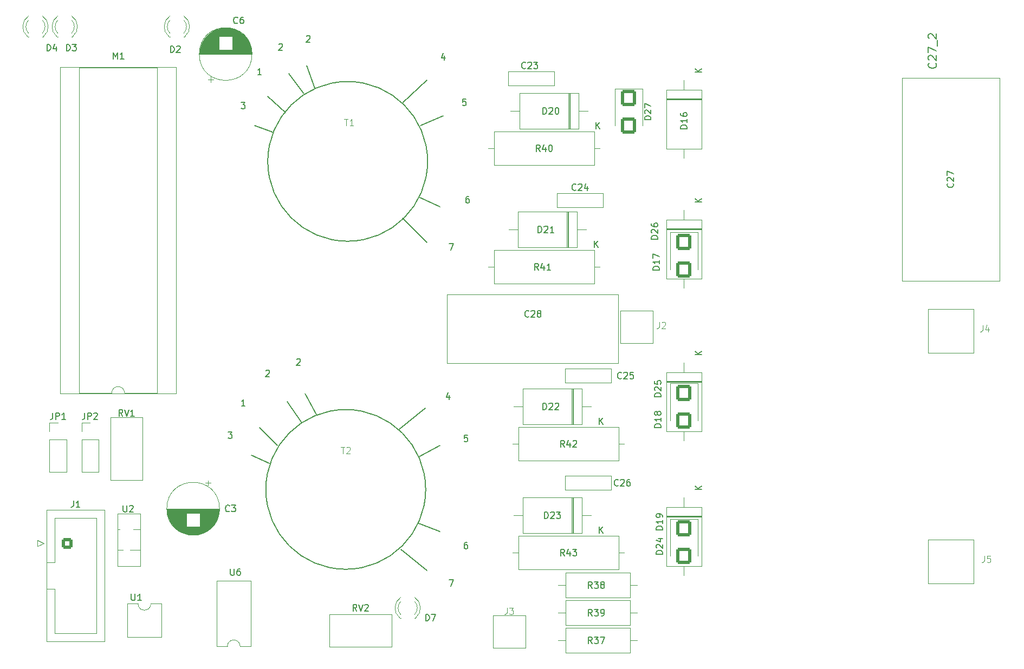
<source format=gto>
G04 #@! TF.GenerationSoftware,KiCad,Pcbnew,7.0.2*
G04 #@! TF.CreationDate,2023-10-09T18:02:17+02:00*
G04 #@! TF.ProjectId,Module_1,4d6f6475-6c65-45f3-912e-6b696361645f,rev?*
G04 #@! TF.SameCoordinates,Original*
G04 #@! TF.FileFunction,Legend,Top*
G04 #@! TF.FilePolarity,Positive*
%FSLAX46Y46*%
G04 Gerber Fmt 4.6, Leading zero omitted, Abs format (unit mm)*
G04 Created by KiCad (PCBNEW 7.0.2) date 2023-10-09 18:02:17*
%MOMM*%
%LPD*%
G01*
G04 APERTURE LIST*
G04 Aperture macros list*
%AMRoundRect*
0 Rectangle with rounded corners*
0 $1 Rounding radius*
0 $2 $3 $4 $5 $6 $7 $8 $9 X,Y pos of 4 corners*
0 Add a 4 corners polygon primitive as box body*
4,1,4,$2,$3,$4,$5,$6,$7,$8,$9,$2,$3,0*
0 Add four circle primitives for the rounded corners*
1,1,$1+$1,$2,$3*
1,1,$1+$1,$4,$5*
1,1,$1+$1,$6,$7*
1,1,$1+$1,$8,$9*
0 Add four rect primitives between the rounded corners*
20,1,$1+$1,$2,$3,$4,$5,0*
20,1,$1+$1,$4,$5,$6,$7,0*
20,1,$1+$1,$6,$7,$8,$9,0*
20,1,$1+$1,$8,$9,$2,$3,0*%
G04 Aperture macros list end*
%ADD10C,0.150000*%
%ADD11C,0.100000*%
%ADD12C,0.120000*%
%ADD13C,0.200000*%
%ADD14C,2.400000*%
%ADD15O,2.400000X2.400000*%
%ADD16R,2.600000X2.600000*%
%ADD17O,2.600000X2.600000*%
%ADD18RoundRect,0.250000X-0.900000X1.000000X-0.900000X-1.000000X0.900000X-1.000000X0.900000X1.000000X0*%
%ADD19R,1.600000X1.600000*%
%ADD20C,1.600000*%
%ADD21C,3.500000*%
%ADD22RoundRect,0.250000X-0.600000X-0.600000X0.600000X-0.600000X0.600000X0.600000X-0.600000X0.600000X0*%
%ADD23C,1.700000*%
%ADD24R,1.800000X1.800000*%
%ADD25C,1.800000*%
%ADD26C,4.000000*%
%ADD27R,1.700000X1.700000*%
%ADD28O,1.700000X1.700000*%
%ADD29C,2.800000*%
%ADD30O,1.600000X1.600000*%
%ADD31C,1.440000*%
%ADD32O,1.800000X1.800000*%
%ADD33C,6.000000*%
%ADD34R,2.400000X1.600000*%
%ADD35O,2.400000X1.600000*%
%ADD36C,2.500000*%
%ADD37R,4.500000X2.500000*%
%ADD38O,4.500000X2.500000*%
G04 APERTURE END LIST*
D10*
X124206000Y-123444000D02*
X120142000Y-120142000D01*
X97282000Y-53848000D02*
X100076000Y-54864000D01*
X126746000Y-52324000D02*
X123190000Y-53848000D01*
X124206000Y-46736000D02*
X120396000Y-50292000D01*
X105410000Y-44450000D02*
X106680000Y-48006000D01*
X99568000Y-106680000D02*
X96774000Y-105410000D01*
X105156000Y-95758000D02*
X106934000Y-99060000D01*
X126238000Y-117348000D02*
X122936000Y-116078000D01*
X99314000Y-49276000D02*
X102108000Y-51816000D01*
X126238000Y-103886000D02*
X122936000Y-105664000D01*
X102362000Y-97028000D02*
X104648000Y-100330000D01*
X119888000Y-101346000D02*
X123952000Y-98044000D01*
X124206000Y-72136000D02*
X120396000Y-68326000D01*
X102616000Y-45720000D02*
X104902000Y-48768000D01*
X100838000Y-103886000D02*
X98044000Y-101092000D01*
X126238000Y-66548000D02*
X122936000Y-65024000D01*
X130508285Y-102255619D02*
X130032095Y-102255619D01*
X130032095Y-102255619D02*
X129984476Y-102731809D01*
X129984476Y-102731809D02*
X130032095Y-102684190D01*
X130032095Y-102684190D02*
X130127333Y-102636571D01*
X130127333Y-102636571D02*
X130365428Y-102636571D01*
X130365428Y-102636571D02*
X130460666Y-102684190D01*
X130460666Y-102684190D02*
X130508285Y-102731809D01*
X130508285Y-102731809D02*
X130555904Y-102827047D01*
X130555904Y-102827047D02*
X130555904Y-103065142D01*
X130555904Y-103065142D02*
X130508285Y-103160380D01*
X130508285Y-103160380D02*
X130460666Y-103208000D01*
X130460666Y-103208000D02*
X130365428Y-103255619D01*
X130365428Y-103255619D02*
X130127333Y-103255619D01*
X130127333Y-103255619D02*
X130032095Y-103208000D01*
X130032095Y-103208000D02*
X129984476Y-103160380D01*
X130714666Y-64917619D02*
X130524190Y-64917619D01*
X130524190Y-64917619D02*
X130428952Y-64965238D01*
X130428952Y-64965238D02*
X130381333Y-65012857D01*
X130381333Y-65012857D02*
X130286095Y-65155714D01*
X130286095Y-65155714D02*
X130238476Y-65346190D01*
X130238476Y-65346190D02*
X130238476Y-65727142D01*
X130238476Y-65727142D02*
X130286095Y-65822380D01*
X130286095Y-65822380D02*
X130333714Y-65870000D01*
X130333714Y-65870000D02*
X130428952Y-65917619D01*
X130428952Y-65917619D02*
X130619428Y-65917619D01*
X130619428Y-65917619D02*
X130714666Y-65870000D01*
X130714666Y-65870000D02*
X130762285Y-65822380D01*
X130762285Y-65822380D02*
X130809904Y-65727142D01*
X130809904Y-65727142D02*
X130809904Y-65489047D01*
X130809904Y-65489047D02*
X130762285Y-65393809D01*
X130762285Y-65393809D02*
X130714666Y-65346190D01*
X130714666Y-65346190D02*
X130619428Y-65298571D01*
X130619428Y-65298571D02*
X130428952Y-65298571D01*
X130428952Y-65298571D02*
X130333714Y-65346190D01*
X130333714Y-65346190D02*
X130286095Y-65393809D01*
X130286095Y-65393809D02*
X130238476Y-65489047D01*
X93106857Y-101747619D02*
X93725904Y-101747619D01*
X93725904Y-101747619D02*
X93392571Y-102128571D01*
X93392571Y-102128571D02*
X93535428Y-102128571D01*
X93535428Y-102128571D02*
X93630666Y-102176190D01*
X93630666Y-102176190D02*
X93678285Y-102223809D01*
X93678285Y-102223809D02*
X93725904Y-102319047D01*
X93725904Y-102319047D02*
X93725904Y-102557142D01*
X93725904Y-102557142D02*
X93678285Y-102652380D01*
X93678285Y-102652380D02*
X93630666Y-102700000D01*
X93630666Y-102700000D02*
X93535428Y-102747619D01*
X93535428Y-102747619D02*
X93249714Y-102747619D01*
X93249714Y-102747619D02*
X93154476Y-102700000D01*
X93154476Y-102700000D02*
X93106857Y-102652380D01*
X127650857Y-72283619D02*
X128317523Y-72283619D01*
X128317523Y-72283619D02*
X127888952Y-73283619D01*
X95138857Y-50185619D02*
X95757904Y-50185619D01*
X95757904Y-50185619D02*
X95424571Y-50566571D01*
X95424571Y-50566571D02*
X95567428Y-50566571D01*
X95567428Y-50566571D02*
X95662666Y-50614190D01*
X95662666Y-50614190D02*
X95710285Y-50661809D01*
X95710285Y-50661809D02*
X95757904Y-50757047D01*
X95757904Y-50757047D02*
X95757904Y-50995142D01*
X95757904Y-50995142D02*
X95710285Y-51090380D01*
X95710285Y-51090380D02*
X95662666Y-51138000D01*
X95662666Y-51138000D02*
X95567428Y-51185619D01*
X95567428Y-51185619D02*
X95281714Y-51185619D01*
X95281714Y-51185619D02*
X95186476Y-51138000D01*
X95186476Y-51138000D02*
X95138857Y-51090380D01*
X127650857Y-124861619D02*
X128317523Y-124861619D01*
X128317523Y-124861619D02*
X127888952Y-125861619D01*
X130460666Y-119019619D02*
X130270190Y-119019619D01*
X130270190Y-119019619D02*
X130174952Y-119067238D01*
X130174952Y-119067238D02*
X130127333Y-119114857D01*
X130127333Y-119114857D02*
X130032095Y-119257714D01*
X130032095Y-119257714D02*
X129984476Y-119448190D01*
X129984476Y-119448190D02*
X129984476Y-119829142D01*
X129984476Y-119829142D02*
X130032095Y-119924380D01*
X130032095Y-119924380D02*
X130079714Y-119972000D01*
X130079714Y-119972000D02*
X130174952Y-120019619D01*
X130174952Y-120019619D02*
X130365428Y-120019619D01*
X130365428Y-120019619D02*
X130460666Y-119972000D01*
X130460666Y-119972000D02*
X130508285Y-119924380D01*
X130508285Y-119924380D02*
X130555904Y-119829142D01*
X130555904Y-119829142D02*
X130555904Y-119591047D01*
X130555904Y-119591047D02*
X130508285Y-119495809D01*
X130508285Y-119495809D02*
X130460666Y-119448190D01*
X130460666Y-119448190D02*
X130365428Y-119400571D01*
X130365428Y-119400571D02*
X130174952Y-119400571D01*
X130174952Y-119400571D02*
X130079714Y-119448190D01*
X130079714Y-119448190D02*
X130032095Y-119495809D01*
X130032095Y-119495809D02*
X129984476Y-119591047D01*
X105346476Y-39866857D02*
X105394095Y-39819238D01*
X105394095Y-39819238D02*
X105489333Y-39771619D01*
X105489333Y-39771619D02*
X105727428Y-39771619D01*
X105727428Y-39771619D02*
X105822666Y-39819238D01*
X105822666Y-39819238D02*
X105870285Y-39866857D01*
X105870285Y-39866857D02*
X105917904Y-39962095D01*
X105917904Y-39962095D02*
X105917904Y-40057333D01*
X105917904Y-40057333D02*
X105870285Y-40200190D01*
X105870285Y-40200190D02*
X105298857Y-40771619D01*
X105298857Y-40771619D02*
X105917904Y-40771619D01*
X126904666Y-42898952D02*
X126904666Y-43565619D01*
X126666571Y-42518000D02*
X126428476Y-43232285D01*
X126428476Y-43232285D02*
X127047523Y-43232285D01*
X130254285Y-49677619D02*
X129778095Y-49677619D01*
X129778095Y-49677619D02*
X129730476Y-50153809D01*
X129730476Y-50153809D02*
X129778095Y-50106190D01*
X129778095Y-50106190D02*
X129873333Y-50058571D01*
X129873333Y-50058571D02*
X130111428Y-50058571D01*
X130111428Y-50058571D02*
X130206666Y-50106190D01*
X130206666Y-50106190D02*
X130254285Y-50153809D01*
X130254285Y-50153809D02*
X130301904Y-50249047D01*
X130301904Y-50249047D02*
X130301904Y-50487142D01*
X130301904Y-50487142D02*
X130254285Y-50582380D01*
X130254285Y-50582380D02*
X130206666Y-50630000D01*
X130206666Y-50630000D02*
X130111428Y-50677619D01*
X130111428Y-50677619D02*
X129873333Y-50677619D01*
X129873333Y-50677619D02*
X129778095Y-50630000D01*
X129778095Y-50630000D02*
X129730476Y-50582380D01*
X98297904Y-45851619D02*
X97726476Y-45851619D01*
X98012190Y-45851619D02*
X98012190Y-44851619D01*
X98012190Y-44851619D02*
X97916952Y-44994476D01*
X97916952Y-44994476D02*
X97821714Y-45089714D01*
X97821714Y-45089714D02*
X97726476Y-45137333D01*
X95757904Y-97667619D02*
X95186476Y-97667619D01*
X95472190Y-97667619D02*
X95472190Y-96667619D01*
X95472190Y-96667619D02*
X95376952Y-96810476D01*
X95376952Y-96810476D02*
X95281714Y-96905714D01*
X95281714Y-96905714D02*
X95186476Y-96953333D01*
X98996476Y-92190857D02*
X99044095Y-92143238D01*
X99044095Y-92143238D02*
X99139333Y-92095619D01*
X99139333Y-92095619D02*
X99377428Y-92095619D01*
X99377428Y-92095619D02*
X99472666Y-92143238D01*
X99472666Y-92143238D02*
X99520285Y-92190857D01*
X99520285Y-92190857D02*
X99567904Y-92286095D01*
X99567904Y-92286095D02*
X99567904Y-92381333D01*
X99567904Y-92381333D02*
X99520285Y-92524190D01*
X99520285Y-92524190D02*
X98948857Y-93095619D01*
X98948857Y-93095619D02*
X99567904Y-93095619D01*
X101028476Y-41136857D02*
X101076095Y-41089238D01*
X101076095Y-41089238D02*
X101171333Y-41041619D01*
X101171333Y-41041619D02*
X101409428Y-41041619D01*
X101409428Y-41041619D02*
X101504666Y-41089238D01*
X101504666Y-41089238D02*
X101552285Y-41136857D01*
X101552285Y-41136857D02*
X101599904Y-41232095D01*
X101599904Y-41232095D02*
X101599904Y-41327333D01*
X101599904Y-41327333D02*
X101552285Y-41470190D01*
X101552285Y-41470190D02*
X100980857Y-42041619D01*
X100980857Y-42041619D02*
X101599904Y-42041619D01*
X127666666Y-95984952D02*
X127666666Y-96651619D01*
X127428571Y-95604000D02*
X127190476Y-96318285D01*
X127190476Y-96318285D02*
X127809523Y-96318285D01*
X103822476Y-90412857D02*
X103870095Y-90365238D01*
X103870095Y-90365238D02*
X103965333Y-90317619D01*
X103965333Y-90317619D02*
X104203428Y-90317619D01*
X104203428Y-90317619D02*
X104298666Y-90365238D01*
X104298666Y-90365238D02*
X104346285Y-90412857D01*
X104346285Y-90412857D02*
X104393904Y-90508095D01*
X104393904Y-90508095D02*
X104393904Y-90603333D01*
X104393904Y-90603333D02*
X104346285Y-90746190D01*
X104346285Y-90746190D02*
X103774857Y-91317619D01*
X103774857Y-91317619D02*
X104393904Y-91317619D01*
X149979142Y-134828619D02*
X149645809Y-134352428D01*
X149407714Y-134828619D02*
X149407714Y-133828619D01*
X149407714Y-133828619D02*
X149788666Y-133828619D01*
X149788666Y-133828619D02*
X149883904Y-133876238D01*
X149883904Y-133876238D02*
X149931523Y-133923857D01*
X149931523Y-133923857D02*
X149979142Y-134019095D01*
X149979142Y-134019095D02*
X149979142Y-134161952D01*
X149979142Y-134161952D02*
X149931523Y-134257190D01*
X149931523Y-134257190D02*
X149883904Y-134304809D01*
X149883904Y-134304809D02*
X149788666Y-134352428D01*
X149788666Y-134352428D02*
X149407714Y-134352428D01*
X150312476Y-133828619D02*
X150931523Y-133828619D01*
X150931523Y-133828619D02*
X150598190Y-134209571D01*
X150598190Y-134209571D02*
X150741047Y-134209571D01*
X150741047Y-134209571D02*
X150836285Y-134257190D01*
X150836285Y-134257190D02*
X150883904Y-134304809D01*
X150883904Y-134304809D02*
X150931523Y-134400047D01*
X150931523Y-134400047D02*
X150931523Y-134638142D01*
X150931523Y-134638142D02*
X150883904Y-134733380D01*
X150883904Y-134733380D02*
X150836285Y-134781000D01*
X150836285Y-134781000D02*
X150741047Y-134828619D01*
X150741047Y-134828619D02*
X150455333Y-134828619D01*
X150455333Y-134828619D02*
X150360095Y-134781000D01*
X150360095Y-134781000D02*
X150312476Y-134733380D01*
X151264857Y-133828619D02*
X151931523Y-133828619D01*
X151931523Y-133828619D02*
X151502952Y-134828619D01*
X160736619Y-101036285D02*
X159736619Y-101036285D01*
X159736619Y-101036285D02*
X159736619Y-100798190D01*
X159736619Y-100798190D02*
X159784238Y-100655333D01*
X159784238Y-100655333D02*
X159879476Y-100560095D01*
X159879476Y-100560095D02*
X159974714Y-100512476D01*
X159974714Y-100512476D02*
X160165190Y-100464857D01*
X160165190Y-100464857D02*
X160308047Y-100464857D01*
X160308047Y-100464857D02*
X160498523Y-100512476D01*
X160498523Y-100512476D02*
X160593761Y-100560095D01*
X160593761Y-100560095D02*
X160689000Y-100655333D01*
X160689000Y-100655333D02*
X160736619Y-100798190D01*
X160736619Y-100798190D02*
X160736619Y-101036285D01*
X160736619Y-99512476D02*
X160736619Y-100083904D01*
X160736619Y-99798190D02*
X159736619Y-99798190D01*
X159736619Y-99798190D02*
X159879476Y-99893428D01*
X159879476Y-99893428D02*
X159974714Y-99988666D01*
X159974714Y-99988666D02*
X160022333Y-100083904D01*
X160165190Y-98941047D02*
X160117571Y-99036285D01*
X160117571Y-99036285D02*
X160069952Y-99083904D01*
X160069952Y-99083904D02*
X159974714Y-99131523D01*
X159974714Y-99131523D02*
X159927095Y-99131523D01*
X159927095Y-99131523D02*
X159831857Y-99083904D01*
X159831857Y-99083904D02*
X159784238Y-99036285D01*
X159784238Y-99036285D02*
X159736619Y-98941047D01*
X159736619Y-98941047D02*
X159736619Y-98750571D01*
X159736619Y-98750571D02*
X159784238Y-98655333D01*
X159784238Y-98655333D02*
X159831857Y-98607714D01*
X159831857Y-98607714D02*
X159927095Y-98560095D01*
X159927095Y-98560095D02*
X159974714Y-98560095D01*
X159974714Y-98560095D02*
X160069952Y-98607714D01*
X160069952Y-98607714D02*
X160117571Y-98655333D01*
X160117571Y-98655333D02*
X160165190Y-98750571D01*
X160165190Y-98750571D02*
X160165190Y-98941047D01*
X160165190Y-98941047D02*
X160212809Y-99036285D01*
X160212809Y-99036285D02*
X160260428Y-99083904D01*
X160260428Y-99083904D02*
X160355666Y-99131523D01*
X160355666Y-99131523D02*
X160546142Y-99131523D01*
X160546142Y-99131523D02*
X160641380Y-99083904D01*
X160641380Y-99083904D02*
X160689000Y-99036285D01*
X160689000Y-99036285D02*
X160736619Y-98941047D01*
X160736619Y-98941047D02*
X160736619Y-98750571D01*
X160736619Y-98750571D02*
X160689000Y-98655333D01*
X160689000Y-98655333D02*
X160641380Y-98607714D01*
X160641380Y-98607714D02*
X160546142Y-98560095D01*
X160546142Y-98560095D02*
X160355666Y-98560095D01*
X160355666Y-98560095D02*
X160260428Y-98607714D01*
X160260428Y-98607714D02*
X160212809Y-98655333D01*
X160212809Y-98655333D02*
X160165190Y-98750571D01*
X167100619Y-89669904D02*
X166100619Y-89669904D01*
X167100619Y-89098476D02*
X166529190Y-89527047D01*
X166100619Y-89098476D02*
X166672047Y-89669904D01*
X206361380Y-62872857D02*
X206409000Y-62920476D01*
X206409000Y-62920476D02*
X206456619Y-63063333D01*
X206456619Y-63063333D02*
X206456619Y-63158571D01*
X206456619Y-63158571D02*
X206409000Y-63301428D01*
X206409000Y-63301428D02*
X206313761Y-63396666D01*
X206313761Y-63396666D02*
X206218523Y-63444285D01*
X206218523Y-63444285D02*
X206028047Y-63491904D01*
X206028047Y-63491904D02*
X205885190Y-63491904D01*
X205885190Y-63491904D02*
X205694714Y-63444285D01*
X205694714Y-63444285D02*
X205599476Y-63396666D01*
X205599476Y-63396666D02*
X205504238Y-63301428D01*
X205504238Y-63301428D02*
X205456619Y-63158571D01*
X205456619Y-63158571D02*
X205456619Y-63063333D01*
X205456619Y-63063333D02*
X205504238Y-62920476D01*
X205504238Y-62920476D02*
X205551857Y-62872857D01*
X205551857Y-62491904D02*
X205504238Y-62444285D01*
X205504238Y-62444285D02*
X205456619Y-62349047D01*
X205456619Y-62349047D02*
X205456619Y-62110952D01*
X205456619Y-62110952D02*
X205504238Y-62015714D01*
X205504238Y-62015714D02*
X205551857Y-61968095D01*
X205551857Y-61968095D02*
X205647095Y-61920476D01*
X205647095Y-61920476D02*
X205742333Y-61920476D01*
X205742333Y-61920476D02*
X205885190Y-61968095D01*
X205885190Y-61968095D02*
X206456619Y-62539523D01*
X206456619Y-62539523D02*
X206456619Y-61920476D01*
X205456619Y-61587142D02*
X205456619Y-60920476D01*
X205456619Y-60920476D02*
X206456619Y-61349047D01*
X160228619Y-71572285D02*
X159228619Y-71572285D01*
X159228619Y-71572285D02*
X159228619Y-71334190D01*
X159228619Y-71334190D02*
X159276238Y-71191333D01*
X159276238Y-71191333D02*
X159371476Y-71096095D01*
X159371476Y-71096095D02*
X159466714Y-71048476D01*
X159466714Y-71048476D02*
X159657190Y-71000857D01*
X159657190Y-71000857D02*
X159800047Y-71000857D01*
X159800047Y-71000857D02*
X159990523Y-71048476D01*
X159990523Y-71048476D02*
X160085761Y-71096095D01*
X160085761Y-71096095D02*
X160181000Y-71191333D01*
X160181000Y-71191333D02*
X160228619Y-71334190D01*
X160228619Y-71334190D02*
X160228619Y-71572285D01*
X159323857Y-70619904D02*
X159276238Y-70572285D01*
X159276238Y-70572285D02*
X159228619Y-70477047D01*
X159228619Y-70477047D02*
X159228619Y-70238952D01*
X159228619Y-70238952D02*
X159276238Y-70143714D01*
X159276238Y-70143714D02*
X159323857Y-70096095D01*
X159323857Y-70096095D02*
X159419095Y-70048476D01*
X159419095Y-70048476D02*
X159514333Y-70048476D01*
X159514333Y-70048476D02*
X159657190Y-70096095D01*
X159657190Y-70096095D02*
X160228619Y-70667523D01*
X160228619Y-70667523D02*
X160228619Y-70048476D01*
X159228619Y-69191333D02*
X159228619Y-69381809D01*
X159228619Y-69381809D02*
X159276238Y-69477047D01*
X159276238Y-69477047D02*
X159323857Y-69524666D01*
X159323857Y-69524666D02*
X159466714Y-69619904D01*
X159466714Y-69619904D02*
X159657190Y-69667523D01*
X159657190Y-69667523D02*
X160038142Y-69667523D01*
X160038142Y-69667523D02*
X160133380Y-69619904D01*
X160133380Y-69619904D02*
X160181000Y-69572285D01*
X160181000Y-69572285D02*
X160228619Y-69477047D01*
X160228619Y-69477047D02*
X160228619Y-69286571D01*
X160228619Y-69286571D02*
X160181000Y-69191333D01*
X160181000Y-69191333D02*
X160133380Y-69143714D01*
X160133380Y-69143714D02*
X160038142Y-69096095D01*
X160038142Y-69096095D02*
X159800047Y-69096095D01*
X159800047Y-69096095D02*
X159704809Y-69143714D01*
X159704809Y-69143714D02*
X159657190Y-69191333D01*
X159657190Y-69191333D02*
X159609571Y-69286571D01*
X159609571Y-69286571D02*
X159609571Y-69477047D01*
X159609571Y-69477047D02*
X159657190Y-69572285D01*
X159657190Y-69572285D02*
X159704809Y-69619904D01*
X159704809Y-69619904D02*
X159800047Y-69667523D01*
X93305333Y-114129729D02*
X93257714Y-114177349D01*
X93257714Y-114177349D02*
X93114857Y-114224968D01*
X93114857Y-114224968D02*
X93019619Y-114224968D01*
X93019619Y-114224968D02*
X92876762Y-114177349D01*
X92876762Y-114177349D02*
X92781524Y-114082110D01*
X92781524Y-114082110D02*
X92733905Y-113986872D01*
X92733905Y-113986872D02*
X92686286Y-113796396D01*
X92686286Y-113796396D02*
X92686286Y-113653539D01*
X92686286Y-113653539D02*
X92733905Y-113463063D01*
X92733905Y-113463063D02*
X92781524Y-113367825D01*
X92781524Y-113367825D02*
X92876762Y-113272587D01*
X92876762Y-113272587D02*
X93019619Y-113224968D01*
X93019619Y-113224968D02*
X93114857Y-113224968D01*
X93114857Y-113224968D02*
X93257714Y-113272587D01*
X93257714Y-113272587D02*
X93305333Y-113320206D01*
X93638667Y-113224968D02*
X94257714Y-113224968D01*
X94257714Y-113224968D02*
X93924381Y-113605920D01*
X93924381Y-113605920D02*
X94067238Y-113605920D01*
X94067238Y-113605920D02*
X94162476Y-113653539D01*
X94162476Y-113653539D02*
X94210095Y-113701158D01*
X94210095Y-113701158D02*
X94257714Y-113796396D01*
X94257714Y-113796396D02*
X94257714Y-114034491D01*
X94257714Y-114034491D02*
X94210095Y-114129729D01*
X94210095Y-114129729D02*
X94162476Y-114177349D01*
X94162476Y-114177349D02*
X94067238Y-114224968D01*
X94067238Y-114224968D02*
X93781524Y-114224968D01*
X93781524Y-114224968D02*
X93686286Y-114177349D01*
X93686286Y-114177349D02*
X93638667Y-114129729D01*
X68921666Y-112522619D02*
X68921666Y-113236904D01*
X68921666Y-113236904D02*
X68874047Y-113379761D01*
X68874047Y-113379761D02*
X68778809Y-113475000D01*
X68778809Y-113475000D02*
X68635952Y-113522619D01*
X68635952Y-113522619D02*
X68540714Y-113522619D01*
X69921666Y-113522619D02*
X69350238Y-113522619D01*
X69635952Y-113522619D02*
X69635952Y-112522619D01*
X69635952Y-112522619D02*
X69540714Y-112665476D01*
X69540714Y-112665476D02*
X69445476Y-112760714D01*
X69445476Y-112760714D02*
X69350238Y-112808333D01*
X164800619Y-54300285D02*
X163800619Y-54300285D01*
X163800619Y-54300285D02*
X163800619Y-54062190D01*
X163800619Y-54062190D02*
X163848238Y-53919333D01*
X163848238Y-53919333D02*
X163943476Y-53824095D01*
X163943476Y-53824095D02*
X164038714Y-53776476D01*
X164038714Y-53776476D02*
X164229190Y-53728857D01*
X164229190Y-53728857D02*
X164372047Y-53728857D01*
X164372047Y-53728857D02*
X164562523Y-53776476D01*
X164562523Y-53776476D02*
X164657761Y-53824095D01*
X164657761Y-53824095D02*
X164753000Y-53919333D01*
X164753000Y-53919333D02*
X164800619Y-54062190D01*
X164800619Y-54062190D02*
X164800619Y-54300285D01*
X164800619Y-52776476D02*
X164800619Y-53347904D01*
X164800619Y-53062190D02*
X163800619Y-53062190D01*
X163800619Y-53062190D02*
X163943476Y-53157428D01*
X163943476Y-53157428D02*
X164038714Y-53252666D01*
X164038714Y-53252666D02*
X164086333Y-53347904D01*
X163800619Y-51919333D02*
X163800619Y-52109809D01*
X163800619Y-52109809D02*
X163848238Y-52205047D01*
X163848238Y-52205047D02*
X163895857Y-52252666D01*
X163895857Y-52252666D02*
X164038714Y-52347904D01*
X164038714Y-52347904D02*
X164229190Y-52395523D01*
X164229190Y-52395523D02*
X164610142Y-52395523D01*
X164610142Y-52395523D02*
X164705380Y-52347904D01*
X164705380Y-52347904D02*
X164753000Y-52300285D01*
X164753000Y-52300285D02*
X164800619Y-52205047D01*
X164800619Y-52205047D02*
X164800619Y-52014571D01*
X164800619Y-52014571D02*
X164753000Y-51919333D01*
X164753000Y-51919333D02*
X164705380Y-51871714D01*
X164705380Y-51871714D02*
X164610142Y-51824095D01*
X164610142Y-51824095D02*
X164372047Y-51824095D01*
X164372047Y-51824095D02*
X164276809Y-51871714D01*
X164276809Y-51871714D02*
X164229190Y-51919333D01*
X164229190Y-51919333D02*
X164181571Y-52014571D01*
X164181571Y-52014571D02*
X164181571Y-52205047D01*
X164181571Y-52205047D02*
X164229190Y-52300285D01*
X164229190Y-52300285D02*
X164276809Y-52347904D01*
X164276809Y-52347904D02*
X164372047Y-52395523D01*
X167100619Y-45473904D02*
X166100619Y-45473904D01*
X167100619Y-44902476D02*
X166529190Y-45331047D01*
X166100619Y-44902476D02*
X166672047Y-45473904D01*
X84097905Y-42372619D02*
X84097905Y-41372619D01*
X84097905Y-41372619D02*
X84336000Y-41372619D01*
X84336000Y-41372619D02*
X84478857Y-41420238D01*
X84478857Y-41420238D02*
X84574095Y-41515476D01*
X84574095Y-41515476D02*
X84621714Y-41610714D01*
X84621714Y-41610714D02*
X84669333Y-41801190D01*
X84669333Y-41801190D02*
X84669333Y-41944047D01*
X84669333Y-41944047D02*
X84621714Y-42134523D01*
X84621714Y-42134523D02*
X84574095Y-42229761D01*
X84574095Y-42229761D02*
X84478857Y-42325000D01*
X84478857Y-42325000D02*
X84336000Y-42372619D01*
X84336000Y-42372619D02*
X84097905Y-42372619D01*
X85050286Y-41467857D02*
X85097905Y-41420238D01*
X85097905Y-41420238D02*
X85193143Y-41372619D01*
X85193143Y-41372619D02*
X85431238Y-41372619D01*
X85431238Y-41372619D02*
X85526476Y-41420238D01*
X85526476Y-41420238D02*
X85574095Y-41467857D01*
X85574095Y-41467857D02*
X85621714Y-41563095D01*
X85621714Y-41563095D02*
X85621714Y-41658333D01*
X85621714Y-41658333D02*
X85574095Y-41801190D01*
X85574095Y-41801190D02*
X85002667Y-42372619D01*
X85002667Y-42372619D02*
X85621714Y-42372619D01*
X149979142Y-130510619D02*
X149645809Y-130034428D01*
X149407714Y-130510619D02*
X149407714Y-129510619D01*
X149407714Y-129510619D02*
X149788666Y-129510619D01*
X149788666Y-129510619D02*
X149883904Y-129558238D01*
X149883904Y-129558238D02*
X149931523Y-129605857D01*
X149931523Y-129605857D02*
X149979142Y-129701095D01*
X149979142Y-129701095D02*
X149979142Y-129843952D01*
X149979142Y-129843952D02*
X149931523Y-129939190D01*
X149931523Y-129939190D02*
X149883904Y-129986809D01*
X149883904Y-129986809D02*
X149788666Y-130034428D01*
X149788666Y-130034428D02*
X149407714Y-130034428D01*
X150312476Y-129510619D02*
X150931523Y-129510619D01*
X150931523Y-129510619D02*
X150598190Y-129891571D01*
X150598190Y-129891571D02*
X150741047Y-129891571D01*
X150741047Y-129891571D02*
X150836285Y-129939190D01*
X150836285Y-129939190D02*
X150883904Y-129986809D01*
X150883904Y-129986809D02*
X150931523Y-130082047D01*
X150931523Y-130082047D02*
X150931523Y-130320142D01*
X150931523Y-130320142D02*
X150883904Y-130415380D01*
X150883904Y-130415380D02*
X150836285Y-130463000D01*
X150836285Y-130463000D02*
X150741047Y-130510619D01*
X150741047Y-130510619D02*
X150455333Y-130510619D01*
X150455333Y-130510619D02*
X150360095Y-130463000D01*
X150360095Y-130463000D02*
X150312476Y-130415380D01*
X151407714Y-130510619D02*
X151598190Y-130510619D01*
X151598190Y-130510619D02*
X151693428Y-130463000D01*
X151693428Y-130463000D02*
X151741047Y-130415380D01*
X151741047Y-130415380D02*
X151836285Y-130272523D01*
X151836285Y-130272523D02*
X151883904Y-130082047D01*
X151883904Y-130082047D02*
X151883904Y-129701095D01*
X151883904Y-129701095D02*
X151836285Y-129605857D01*
X151836285Y-129605857D02*
X151788666Y-129558238D01*
X151788666Y-129558238D02*
X151693428Y-129510619D01*
X151693428Y-129510619D02*
X151502952Y-129510619D01*
X151502952Y-129510619D02*
X151407714Y-129558238D01*
X151407714Y-129558238D02*
X151360095Y-129605857D01*
X151360095Y-129605857D02*
X151312476Y-129701095D01*
X151312476Y-129701095D02*
X151312476Y-129939190D01*
X151312476Y-129939190D02*
X151360095Y-130034428D01*
X151360095Y-130034428D02*
X151407714Y-130082047D01*
X151407714Y-130082047D02*
X151502952Y-130129666D01*
X151502952Y-130129666D02*
X151693428Y-130129666D01*
X151693428Y-130129666D02*
X151788666Y-130082047D01*
X151788666Y-130082047D02*
X151836285Y-130034428D01*
X151836285Y-130034428D02*
X151883904Y-129939190D01*
D11*
X136666666Y-129256619D02*
X136666666Y-129970904D01*
X136666666Y-129970904D02*
X136619047Y-130113761D01*
X136619047Y-130113761D02*
X136523809Y-130209000D01*
X136523809Y-130209000D02*
X136380952Y-130256619D01*
X136380952Y-130256619D02*
X136285714Y-130256619D01*
X137047619Y-129256619D02*
X137666666Y-129256619D01*
X137666666Y-129256619D02*
X137333333Y-129637571D01*
X137333333Y-129637571D02*
X137476190Y-129637571D01*
X137476190Y-129637571D02*
X137571428Y-129685190D01*
X137571428Y-129685190D02*
X137619047Y-129732809D01*
X137619047Y-129732809D02*
X137666666Y-129828047D01*
X137666666Y-129828047D02*
X137666666Y-130066142D01*
X137666666Y-130066142D02*
X137619047Y-130161380D01*
X137619047Y-130161380D02*
X137571428Y-130209000D01*
X137571428Y-130209000D02*
X137476190Y-130256619D01*
X137476190Y-130256619D02*
X137190476Y-130256619D01*
X137190476Y-130256619D02*
X137095238Y-130209000D01*
X137095238Y-130209000D02*
X137047619Y-130161380D01*
D10*
X65691666Y-98767619D02*
X65691666Y-99481904D01*
X65691666Y-99481904D02*
X65644047Y-99624761D01*
X65644047Y-99624761D02*
X65548809Y-99720000D01*
X65548809Y-99720000D02*
X65405952Y-99767619D01*
X65405952Y-99767619D02*
X65310714Y-99767619D01*
X66167857Y-99767619D02*
X66167857Y-98767619D01*
X66167857Y-98767619D02*
X66548809Y-98767619D01*
X66548809Y-98767619D02*
X66644047Y-98815238D01*
X66644047Y-98815238D02*
X66691666Y-98862857D01*
X66691666Y-98862857D02*
X66739285Y-98958095D01*
X66739285Y-98958095D02*
X66739285Y-99100952D01*
X66739285Y-99100952D02*
X66691666Y-99196190D01*
X66691666Y-99196190D02*
X66644047Y-99243809D01*
X66644047Y-99243809D02*
X66548809Y-99291428D01*
X66548809Y-99291428D02*
X66167857Y-99291428D01*
X67691666Y-99767619D02*
X67120238Y-99767619D01*
X67405952Y-99767619D02*
X67405952Y-98767619D01*
X67405952Y-98767619D02*
X67310714Y-98910476D01*
X67310714Y-98910476D02*
X67215476Y-99005714D01*
X67215476Y-99005714D02*
X67120238Y-99053333D01*
X154551142Y-93331380D02*
X154503523Y-93379000D01*
X154503523Y-93379000D02*
X154360666Y-93426619D01*
X154360666Y-93426619D02*
X154265428Y-93426619D01*
X154265428Y-93426619D02*
X154122571Y-93379000D01*
X154122571Y-93379000D02*
X154027333Y-93283761D01*
X154027333Y-93283761D02*
X153979714Y-93188523D01*
X153979714Y-93188523D02*
X153932095Y-92998047D01*
X153932095Y-92998047D02*
X153932095Y-92855190D01*
X153932095Y-92855190D02*
X153979714Y-92664714D01*
X153979714Y-92664714D02*
X154027333Y-92569476D01*
X154027333Y-92569476D02*
X154122571Y-92474238D01*
X154122571Y-92474238D02*
X154265428Y-92426619D01*
X154265428Y-92426619D02*
X154360666Y-92426619D01*
X154360666Y-92426619D02*
X154503523Y-92474238D01*
X154503523Y-92474238D02*
X154551142Y-92521857D01*
X154932095Y-92521857D02*
X154979714Y-92474238D01*
X154979714Y-92474238D02*
X155074952Y-92426619D01*
X155074952Y-92426619D02*
X155313047Y-92426619D01*
X155313047Y-92426619D02*
X155408285Y-92474238D01*
X155408285Y-92474238D02*
X155455904Y-92521857D01*
X155455904Y-92521857D02*
X155503523Y-92617095D01*
X155503523Y-92617095D02*
X155503523Y-92712333D01*
X155503523Y-92712333D02*
X155455904Y-92855190D01*
X155455904Y-92855190D02*
X154884476Y-93426619D01*
X154884476Y-93426619D02*
X155503523Y-93426619D01*
X156408285Y-92426619D02*
X155932095Y-92426619D01*
X155932095Y-92426619D02*
X155884476Y-92902809D01*
X155884476Y-92902809D02*
X155932095Y-92855190D01*
X155932095Y-92855190D02*
X156027333Y-92807571D01*
X156027333Y-92807571D02*
X156265428Y-92807571D01*
X156265428Y-92807571D02*
X156360666Y-92855190D01*
X156360666Y-92855190D02*
X156408285Y-92902809D01*
X156408285Y-92902809D02*
X156455904Y-92998047D01*
X156455904Y-92998047D02*
X156455904Y-93236142D01*
X156455904Y-93236142D02*
X156408285Y-93331380D01*
X156408285Y-93331380D02*
X156360666Y-93379000D01*
X156360666Y-93379000D02*
X156265428Y-93426619D01*
X156265428Y-93426619D02*
X156027333Y-93426619D01*
X156027333Y-93426619D02*
X155932095Y-93379000D01*
X155932095Y-93379000D02*
X155884476Y-93331380D01*
X141597142Y-76408619D02*
X141263809Y-75932428D01*
X141025714Y-76408619D02*
X141025714Y-75408619D01*
X141025714Y-75408619D02*
X141406666Y-75408619D01*
X141406666Y-75408619D02*
X141501904Y-75456238D01*
X141501904Y-75456238D02*
X141549523Y-75503857D01*
X141549523Y-75503857D02*
X141597142Y-75599095D01*
X141597142Y-75599095D02*
X141597142Y-75741952D01*
X141597142Y-75741952D02*
X141549523Y-75837190D01*
X141549523Y-75837190D02*
X141501904Y-75884809D01*
X141501904Y-75884809D02*
X141406666Y-75932428D01*
X141406666Y-75932428D02*
X141025714Y-75932428D01*
X142454285Y-75741952D02*
X142454285Y-76408619D01*
X142216190Y-75361000D02*
X141978095Y-76075285D01*
X141978095Y-76075285D02*
X142597142Y-76075285D01*
X143501904Y-76408619D02*
X142930476Y-76408619D01*
X143216190Y-76408619D02*
X143216190Y-75408619D01*
X143216190Y-75408619D02*
X143120952Y-75551476D01*
X143120952Y-75551476D02*
X143025714Y-75646714D01*
X143025714Y-75646714D02*
X142930476Y-75694333D01*
X160990619Y-117038285D02*
X159990619Y-117038285D01*
X159990619Y-117038285D02*
X159990619Y-116800190D01*
X159990619Y-116800190D02*
X160038238Y-116657333D01*
X160038238Y-116657333D02*
X160133476Y-116562095D01*
X160133476Y-116562095D02*
X160228714Y-116514476D01*
X160228714Y-116514476D02*
X160419190Y-116466857D01*
X160419190Y-116466857D02*
X160562047Y-116466857D01*
X160562047Y-116466857D02*
X160752523Y-116514476D01*
X160752523Y-116514476D02*
X160847761Y-116562095D01*
X160847761Y-116562095D02*
X160943000Y-116657333D01*
X160943000Y-116657333D02*
X160990619Y-116800190D01*
X160990619Y-116800190D02*
X160990619Y-117038285D01*
X160990619Y-115514476D02*
X160990619Y-116085904D01*
X160990619Y-115800190D02*
X159990619Y-115800190D01*
X159990619Y-115800190D02*
X160133476Y-115895428D01*
X160133476Y-115895428D02*
X160228714Y-115990666D01*
X160228714Y-115990666D02*
X160276333Y-116085904D01*
X160990619Y-115038285D02*
X160990619Y-114847809D01*
X160990619Y-114847809D02*
X160943000Y-114752571D01*
X160943000Y-114752571D02*
X160895380Y-114704952D01*
X160895380Y-114704952D02*
X160752523Y-114609714D01*
X160752523Y-114609714D02*
X160562047Y-114562095D01*
X160562047Y-114562095D02*
X160181095Y-114562095D01*
X160181095Y-114562095D02*
X160085857Y-114609714D01*
X160085857Y-114609714D02*
X160038238Y-114657333D01*
X160038238Y-114657333D02*
X159990619Y-114752571D01*
X159990619Y-114752571D02*
X159990619Y-114943047D01*
X159990619Y-114943047D02*
X160038238Y-115038285D01*
X160038238Y-115038285D02*
X160085857Y-115085904D01*
X160085857Y-115085904D02*
X160181095Y-115133523D01*
X160181095Y-115133523D02*
X160419190Y-115133523D01*
X160419190Y-115133523D02*
X160514428Y-115085904D01*
X160514428Y-115085904D02*
X160562047Y-115038285D01*
X160562047Y-115038285D02*
X160609666Y-114943047D01*
X160609666Y-114943047D02*
X160609666Y-114752571D01*
X160609666Y-114752571D02*
X160562047Y-114657333D01*
X160562047Y-114657333D02*
X160514428Y-114609714D01*
X160514428Y-114609714D02*
X160419190Y-114562095D01*
X167100619Y-110751904D02*
X166100619Y-110751904D01*
X167100619Y-110180476D02*
X166529190Y-110609047D01*
X166100619Y-110180476D02*
X166672047Y-110751904D01*
X160482619Y-76398285D02*
X159482619Y-76398285D01*
X159482619Y-76398285D02*
X159482619Y-76160190D01*
X159482619Y-76160190D02*
X159530238Y-76017333D01*
X159530238Y-76017333D02*
X159625476Y-75922095D01*
X159625476Y-75922095D02*
X159720714Y-75874476D01*
X159720714Y-75874476D02*
X159911190Y-75826857D01*
X159911190Y-75826857D02*
X160054047Y-75826857D01*
X160054047Y-75826857D02*
X160244523Y-75874476D01*
X160244523Y-75874476D02*
X160339761Y-75922095D01*
X160339761Y-75922095D02*
X160435000Y-76017333D01*
X160435000Y-76017333D02*
X160482619Y-76160190D01*
X160482619Y-76160190D02*
X160482619Y-76398285D01*
X160482619Y-74874476D02*
X160482619Y-75445904D01*
X160482619Y-75160190D02*
X159482619Y-75160190D01*
X159482619Y-75160190D02*
X159625476Y-75255428D01*
X159625476Y-75255428D02*
X159720714Y-75350666D01*
X159720714Y-75350666D02*
X159768333Y-75445904D01*
X159482619Y-74541142D02*
X159482619Y-73874476D01*
X159482619Y-73874476D02*
X160482619Y-74303047D01*
X167100619Y-65793904D02*
X166100619Y-65793904D01*
X167100619Y-65222476D02*
X166529190Y-65651047D01*
X166100619Y-65222476D02*
X166672047Y-65793904D01*
X93472095Y-123160619D02*
X93472095Y-123970142D01*
X93472095Y-123970142D02*
X93519714Y-124065380D01*
X93519714Y-124065380D02*
X93567333Y-124113000D01*
X93567333Y-124113000D02*
X93662571Y-124160619D01*
X93662571Y-124160619D02*
X93853047Y-124160619D01*
X93853047Y-124160619D02*
X93948285Y-124113000D01*
X93948285Y-124113000D02*
X93995904Y-124065380D01*
X93995904Y-124065380D02*
X94043523Y-123970142D01*
X94043523Y-123970142D02*
X94043523Y-123160619D01*
X94948285Y-123160619D02*
X94757809Y-123160619D01*
X94757809Y-123160619D02*
X94662571Y-123208238D01*
X94662571Y-123208238D02*
X94614952Y-123255857D01*
X94614952Y-123255857D02*
X94519714Y-123398714D01*
X94519714Y-123398714D02*
X94472095Y-123589190D01*
X94472095Y-123589190D02*
X94472095Y-123970142D01*
X94472095Y-123970142D02*
X94519714Y-124065380D01*
X94519714Y-124065380D02*
X94567333Y-124113000D01*
X94567333Y-124113000D02*
X94662571Y-124160619D01*
X94662571Y-124160619D02*
X94853047Y-124160619D01*
X94853047Y-124160619D02*
X94948285Y-124113000D01*
X94948285Y-124113000D02*
X94995904Y-124065380D01*
X94995904Y-124065380D02*
X95043523Y-123970142D01*
X95043523Y-123970142D02*
X95043523Y-123732047D01*
X95043523Y-123732047D02*
X94995904Y-123636809D01*
X94995904Y-123636809D02*
X94948285Y-123589190D01*
X94948285Y-123589190D02*
X94853047Y-123541571D01*
X94853047Y-123541571D02*
X94662571Y-123541571D01*
X94662571Y-123541571D02*
X94567333Y-123589190D01*
X94567333Y-123589190D02*
X94519714Y-123636809D01*
X94519714Y-123636809D02*
X94472095Y-123732047D01*
X145661142Y-121112619D02*
X145327809Y-120636428D01*
X145089714Y-121112619D02*
X145089714Y-120112619D01*
X145089714Y-120112619D02*
X145470666Y-120112619D01*
X145470666Y-120112619D02*
X145565904Y-120160238D01*
X145565904Y-120160238D02*
X145613523Y-120207857D01*
X145613523Y-120207857D02*
X145661142Y-120303095D01*
X145661142Y-120303095D02*
X145661142Y-120445952D01*
X145661142Y-120445952D02*
X145613523Y-120541190D01*
X145613523Y-120541190D02*
X145565904Y-120588809D01*
X145565904Y-120588809D02*
X145470666Y-120636428D01*
X145470666Y-120636428D02*
X145089714Y-120636428D01*
X146518285Y-120445952D02*
X146518285Y-121112619D01*
X146280190Y-120065000D02*
X146042095Y-120779285D01*
X146042095Y-120779285D02*
X146661142Y-120779285D01*
X146946857Y-120112619D02*
X147565904Y-120112619D01*
X147565904Y-120112619D02*
X147232571Y-120493571D01*
X147232571Y-120493571D02*
X147375428Y-120493571D01*
X147375428Y-120493571D02*
X147470666Y-120541190D01*
X147470666Y-120541190D02*
X147518285Y-120588809D01*
X147518285Y-120588809D02*
X147565904Y-120684047D01*
X147565904Y-120684047D02*
X147565904Y-120922142D01*
X147565904Y-120922142D02*
X147518285Y-121017380D01*
X147518285Y-121017380D02*
X147470666Y-121065000D01*
X147470666Y-121065000D02*
X147375428Y-121112619D01*
X147375428Y-121112619D02*
X147089714Y-121112619D01*
X147089714Y-121112619D02*
X146994476Y-121065000D01*
X146994476Y-121065000D02*
X146946857Y-121017380D01*
X76620761Y-99268619D02*
X76287428Y-98792428D01*
X76049333Y-99268619D02*
X76049333Y-98268619D01*
X76049333Y-98268619D02*
X76430285Y-98268619D01*
X76430285Y-98268619D02*
X76525523Y-98316238D01*
X76525523Y-98316238D02*
X76573142Y-98363857D01*
X76573142Y-98363857D02*
X76620761Y-98459095D01*
X76620761Y-98459095D02*
X76620761Y-98601952D01*
X76620761Y-98601952D02*
X76573142Y-98697190D01*
X76573142Y-98697190D02*
X76525523Y-98744809D01*
X76525523Y-98744809D02*
X76430285Y-98792428D01*
X76430285Y-98792428D02*
X76049333Y-98792428D01*
X76906476Y-98268619D02*
X77239809Y-99268619D01*
X77239809Y-99268619D02*
X77573142Y-98268619D01*
X78430285Y-99268619D02*
X77858857Y-99268619D01*
X78144571Y-99268619D02*
X78144571Y-98268619D01*
X78144571Y-98268619D02*
X78049333Y-98411476D01*
X78049333Y-98411476D02*
X77954095Y-98506714D01*
X77954095Y-98506714D02*
X77858857Y-98554333D01*
X203666573Y-44068999D02*
X203727050Y-44129475D01*
X203727050Y-44129475D02*
X203787526Y-44310904D01*
X203787526Y-44310904D02*
X203787526Y-44431856D01*
X203787526Y-44431856D02*
X203727050Y-44613285D01*
X203727050Y-44613285D02*
X203606097Y-44734237D01*
X203606097Y-44734237D02*
X203485145Y-44794714D01*
X203485145Y-44794714D02*
X203243240Y-44855190D01*
X203243240Y-44855190D02*
X203061811Y-44855190D01*
X203061811Y-44855190D02*
X202819907Y-44794714D01*
X202819907Y-44794714D02*
X202698954Y-44734237D01*
X202698954Y-44734237D02*
X202578002Y-44613285D01*
X202578002Y-44613285D02*
X202517526Y-44431856D01*
X202517526Y-44431856D02*
X202517526Y-44310904D01*
X202517526Y-44310904D02*
X202578002Y-44129475D01*
X202578002Y-44129475D02*
X202638478Y-44068999D01*
X202638478Y-43585190D02*
X202578002Y-43524714D01*
X202578002Y-43524714D02*
X202517526Y-43403761D01*
X202517526Y-43403761D02*
X202517526Y-43101380D01*
X202517526Y-43101380D02*
X202578002Y-42980428D01*
X202578002Y-42980428D02*
X202638478Y-42919952D01*
X202638478Y-42919952D02*
X202759430Y-42859475D01*
X202759430Y-42859475D02*
X202880383Y-42859475D01*
X202880383Y-42859475D02*
X203061811Y-42919952D01*
X203061811Y-42919952D02*
X203787526Y-43645666D01*
X203787526Y-43645666D02*
X203787526Y-42859475D01*
X202517526Y-42436142D02*
X202517526Y-41589475D01*
X202517526Y-41589475D02*
X203787526Y-42133761D01*
X203908478Y-41408047D02*
X203908478Y-40440427D01*
X202638478Y-40198523D02*
X202578002Y-40138047D01*
X202578002Y-40138047D02*
X202517526Y-40017094D01*
X202517526Y-40017094D02*
X202517526Y-39714713D01*
X202517526Y-39714713D02*
X202578002Y-39593761D01*
X202578002Y-39593761D02*
X202638478Y-39533285D01*
X202638478Y-39533285D02*
X202759430Y-39472808D01*
X202759430Y-39472808D02*
X202880383Y-39472808D01*
X202880383Y-39472808D02*
X203061811Y-39533285D01*
X203061811Y-39533285D02*
X203787526Y-40258999D01*
X203787526Y-40258999D02*
X203787526Y-39472808D01*
X94575333Y-37774729D02*
X94527714Y-37822349D01*
X94527714Y-37822349D02*
X94384857Y-37869968D01*
X94384857Y-37869968D02*
X94289619Y-37869968D01*
X94289619Y-37869968D02*
X94146762Y-37822349D01*
X94146762Y-37822349D02*
X94051524Y-37727110D01*
X94051524Y-37727110D02*
X94003905Y-37631872D01*
X94003905Y-37631872D02*
X93956286Y-37441396D01*
X93956286Y-37441396D02*
X93956286Y-37298539D01*
X93956286Y-37298539D02*
X94003905Y-37108063D01*
X94003905Y-37108063D02*
X94051524Y-37012825D01*
X94051524Y-37012825D02*
X94146762Y-36917587D01*
X94146762Y-36917587D02*
X94289619Y-36869968D01*
X94289619Y-36869968D02*
X94384857Y-36869968D01*
X94384857Y-36869968D02*
X94527714Y-36917587D01*
X94527714Y-36917587D02*
X94575333Y-36965206D01*
X95432476Y-36869968D02*
X95242000Y-36869968D01*
X95242000Y-36869968D02*
X95146762Y-36917587D01*
X95146762Y-36917587D02*
X95099143Y-36965206D01*
X95099143Y-36965206D02*
X95003905Y-37108063D01*
X95003905Y-37108063D02*
X94956286Y-37298539D01*
X94956286Y-37298539D02*
X94956286Y-37679491D01*
X94956286Y-37679491D02*
X95003905Y-37774729D01*
X95003905Y-37774729D02*
X95051524Y-37822349D01*
X95051524Y-37822349D02*
X95146762Y-37869968D01*
X95146762Y-37869968D02*
X95337238Y-37869968D01*
X95337238Y-37869968D02*
X95432476Y-37822349D01*
X95432476Y-37822349D02*
X95480095Y-37774729D01*
X95480095Y-37774729D02*
X95527714Y-37679491D01*
X95527714Y-37679491D02*
X95527714Y-37441396D01*
X95527714Y-37441396D02*
X95480095Y-37346158D01*
X95480095Y-37346158D02*
X95432476Y-37298539D01*
X95432476Y-37298539D02*
X95337238Y-37250920D01*
X95337238Y-37250920D02*
X95146762Y-37250920D01*
X95146762Y-37250920D02*
X95051524Y-37298539D01*
X95051524Y-37298539D02*
X95003905Y-37346158D01*
X95003905Y-37346158D02*
X94956286Y-37441396D01*
X142549714Y-115270619D02*
X142549714Y-114270619D01*
X142549714Y-114270619D02*
X142787809Y-114270619D01*
X142787809Y-114270619D02*
X142930666Y-114318238D01*
X142930666Y-114318238D02*
X143025904Y-114413476D01*
X143025904Y-114413476D02*
X143073523Y-114508714D01*
X143073523Y-114508714D02*
X143121142Y-114699190D01*
X143121142Y-114699190D02*
X143121142Y-114842047D01*
X143121142Y-114842047D02*
X143073523Y-115032523D01*
X143073523Y-115032523D02*
X143025904Y-115127761D01*
X143025904Y-115127761D02*
X142930666Y-115223000D01*
X142930666Y-115223000D02*
X142787809Y-115270619D01*
X142787809Y-115270619D02*
X142549714Y-115270619D01*
X143502095Y-114365857D02*
X143549714Y-114318238D01*
X143549714Y-114318238D02*
X143644952Y-114270619D01*
X143644952Y-114270619D02*
X143883047Y-114270619D01*
X143883047Y-114270619D02*
X143978285Y-114318238D01*
X143978285Y-114318238D02*
X144025904Y-114365857D01*
X144025904Y-114365857D02*
X144073523Y-114461095D01*
X144073523Y-114461095D02*
X144073523Y-114556333D01*
X144073523Y-114556333D02*
X144025904Y-114699190D01*
X144025904Y-114699190D02*
X143454476Y-115270619D01*
X143454476Y-115270619D02*
X144073523Y-115270619D01*
X144406857Y-114270619D02*
X145025904Y-114270619D01*
X145025904Y-114270619D02*
X144692571Y-114651571D01*
X144692571Y-114651571D02*
X144835428Y-114651571D01*
X144835428Y-114651571D02*
X144930666Y-114699190D01*
X144930666Y-114699190D02*
X144978285Y-114746809D01*
X144978285Y-114746809D02*
X145025904Y-114842047D01*
X145025904Y-114842047D02*
X145025904Y-115080142D01*
X145025904Y-115080142D02*
X144978285Y-115175380D01*
X144978285Y-115175380D02*
X144930666Y-115223000D01*
X144930666Y-115223000D02*
X144835428Y-115270619D01*
X144835428Y-115270619D02*
X144549714Y-115270619D01*
X144549714Y-115270619D02*
X144454476Y-115223000D01*
X144454476Y-115223000D02*
X144406857Y-115175380D01*
X151122095Y-117570619D02*
X151122095Y-116570619D01*
X151693523Y-117570619D02*
X151264952Y-116999190D01*
X151693523Y-116570619D02*
X151122095Y-117142047D01*
X70691666Y-98767619D02*
X70691666Y-99481904D01*
X70691666Y-99481904D02*
X70644047Y-99624761D01*
X70644047Y-99624761D02*
X70548809Y-99720000D01*
X70548809Y-99720000D02*
X70405952Y-99767619D01*
X70405952Y-99767619D02*
X70310714Y-99767619D01*
X71167857Y-99767619D02*
X71167857Y-98767619D01*
X71167857Y-98767619D02*
X71548809Y-98767619D01*
X71548809Y-98767619D02*
X71644047Y-98815238D01*
X71644047Y-98815238D02*
X71691666Y-98862857D01*
X71691666Y-98862857D02*
X71739285Y-98958095D01*
X71739285Y-98958095D02*
X71739285Y-99100952D01*
X71739285Y-99100952D02*
X71691666Y-99196190D01*
X71691666Y-99196190D02*
X71644047Y-99243809D01*
X71644047Y-99243809D02*
X71548809Y-99291428D01*
X71548809Y-99291428D02*
X71167857Y-99291428D01*
X72120238Y-98862857D02*
X72167857Y-98815238D01*
X72167857Y-98815238D02*
X72263095Y-98767619D01*
X72263095Y-98767619D02*
X72501190Y-98767619D01*
X72501190Y-98767619D02*
X72596428Y-98815238D01*
X72596428Y-98815238D02*
X72644047Y-98862857D01*
X72644047Y-98862857D02*
X72691666Y-98958095D01*
X72691666Y-98958095D02*
X72691666Y-99053333D01*
X72691666Y-99053333D02*
X72644047Y-99196190D01*
X72644047Y-99196190D02*
X72072619Y-99767619D01*
X72072619Y-99767619D02*
X72691666Y-99767619D01*
X123975905Y-131272619D02*
X123975905Y-130272619D01*
X123975905Y-130272619D02*
X124214000Y-130272619D01*
X124214000Y-130272619D02*
X124356857Y-130320238D01*
X124356857Y-130320238D02*
X124452095Y-130415476D01*
X124452095Y-130415476D02*
X124499714Y-130510714D01*
X124499714Y-130510714D02*
X124547333Y-130701190D01*
X124547333Y-130701190D02*
X124547333Y-130844047D01*
X124547333Y-130844047D02*
X124499714Y-131034523D01*
X124499714Y-131034523D02*
X124452095Y-131129761D01*
X124452095Y-131129761D02*
X124356857Y-131225000D01*
X124356857Y-131225000D02*
X124214000Y-131272619D01*
X124214000Y-131272619D02*
X123975905Y-131272619D01*
X124880667Y-130272619D02*
X125547333Y-130272619D01*
X125547333Y-130272619D02*
X125118762Y-131272619D01*
X149979142Y-126192619D02*
X149645809Y-125716428D01*
X149407714Y-126192619D02*
X149407714Y-125192619D01*
X149407714Y-125192619D02*
X149788666Y-125192619D01*
X149788666Y-125192619D02*
X149883904Y-125240238D01*
X149883904Y-125240238D02*
X149931523Y-125287857D01*
X149931523Y-125287857D02*
X149979142Y-125383095D01*
X149979142Y-125383095D02*
X149979142Y-125525952D01*
X149979142Y-125525952D02*
X149931523Y-125621190D01*
X149931523Y-125621190D02*
X149883904Y-125668809D01*
X149883904Y-125668809D02*
X149788666Y-125716428D01*
X149788666Y-125716428D02*
X149407714Y-125716428D01*
X150312476Y-125192619D02*
X150931523Y-125192619D01*
X150931523Y-125192619D02*
X150598190Y-125573571D01*
X150598190Y-125573571D02*
X150741047Y-125573571D01*
X150741047Y-125573571D02*
X150836285Y-125621190D01*
X150836285Y-125621190D02*
X150883904Y-125668809D01*
X150883904Y-125668809D02*
X150931523Y-125764047D01*
X150931523Y-125764047D02*
X150931523Y-126002142D01*
X150931523Y-126002142D02*
X150883904Y-126097380D01*
X150883904Y-126097380D02*
X150836285Y-126145000D01*
X150836285Y-126145000D02*
X150741047Y-126192619D01*
X150741047Y-126192619D02*
X150455333Y-126192619D01*
X150455333Y-126192619D02*
X150360095Y-126145000D01*
X150360095Y-126145000D02*
X150312476Y-126097380D01*
X151502952Y-125621190D02*
X151407714Y-125573571D01*
X151407714Y-125573571D02*
X151360095Y-125525952D01*
X151360095Y-125525952D02*
X151312476Y-125430714D01*
X151312476Y-125430714D02*
X151312476Y-125383095D01*
X151312476Y-125383095D02*
X151360095Y-125287857D01*
X151360095Y-125287857D02*
X151407714Y-125240238D01*
X151407714Y-125240238D02*
X151502952Y-125192619D01*
X151502952Y-125192619D02*
X151693428Y-125192619D01*
X151693428Y-125192619D02*
X151788666Y-125240238D01*
X151788666Y-125240238D02*
X151836285Y-125287857D01*
X151836285Y-125287857D02*
X151883904Y-125383095D01*
X151883904Y-125383095D02*
X151883904Y-125430714D01*
X151883904Y-125430714D02*
X151836285Y-125525952D01*
X151836285Y-125525952D02*
X151788666Y-125573571D01*
X151788666Y-125573571D02*
X151693428Y-125621190D01*
X151693428Y-125621190D02*
X151502952Y-125621190D01*
X151502952Y-125621190D02*
X151407714Y-125668809D01*
X151407714Y-125668809D02*
X151360095Y-125716428D01*
X151360095Y-125716428D02*
X151312476Y-125811666D01*
X151312476Y-125811666D02*
X151312476Y-126002142D01*
X151312476Y-126002142D02*
X151360095Y-126097380D01*
X151360095Y-126097380D02*
X151407714Y-126145000D01*
X151407714Y-126145000D02*
X151502952Y-126192619D01*
X151502952Y-126192619D02*
X151693428Y-126192619D01*
X151693428Y-126192619D02*
X151788666Y-126145000D01*
X151788666Y-126145000D02*
X151836285Y-126097380D01*
X151836285Y-126097380D02*
X151883904Y-126002142D01*
X151883904Y-126002142D02*
X151883904Y-125811666D01*
X151883904Y-125811666D02*
X151836285Y-125716428D01*
X151836285Y-125716428D02*
X151788666Y-125668809D01*
X151788666Y-125668809D02*
X151693428Y-125621190D01*
X67841905Y-42118619D02*
X67841905Y-41118619D01*
X67841905Y-41118619D02*
X68080000Y-41118619D01*
X68080000Y-41118619D02*
X68222857Y-41166238D01*
X68222857Y-41166238D02*
X68318095Y-41261476D01*
X68318095Y-41261476D02*
X68365714Y-41356714D01*
X68365714Y-41356714D02*
X68413333Y-41547190D01*
X68413333Y-41547190D02*
X68413333Y-41690047D01*
X68413333Y-41690047D02*
X68365714Y-41880523D01*
X68365714Y-41880523D02*
X68318095Y-41975761D01*
X68318095Y-41975761D02*
X68222857Y-42071000D01*
X68222857Y-42071000D02*
X68080000Y-42118619D01*
X68080000Y-42118619D02*
X67841905Y-42118619D01*
X68746667Y-41118619D02*
X69365714Y-41118619D01*
X69365714Y-41118619D02*
X69032381Y-41499571D01*
X69032381Y-41499571D02*
X69175238Y-41499571D01*
X69175238Y-41499571D02*
X69270476Y-41547190D01*
X69270476Y-41547190D02*
X69318095Y-41594809D01*
X69318095Y-41594809D02*
X69365714Y-41690047D01*
X69365714Y-41690047D02*
X69365714Y-41928142D01*
X69365714Y-41928142D02*
X69318095Y-42023380D01*
X69318095Y-42023380D02*
X69270476Y-42071000D01*
X69270476Y-42071000D02*
X69175238Y-42118619D01*
X69175238Y-42118619D02*
X68889524Y-42118619D01*
X68889524Y-42118619D02*
X68794286Y-42071000D01*
X68794286Y-42071000D02*
X68746667Y-42023380D01*
X76708095Y-113254619D02*
X76708095Y-114064142D01*
X76708095Y-114064142D02*
X76755714Y-114159380D01*
X76755714Y-114159380D02*
X76803333Y-114207000D01*
X76803333Y-114207000D02*
X76898571Y-114254619D01*
X76898571Y-114254619D02*
X77089047Y-114254619D01*
X77089047Y-114254619D02*
X77184285Y-114207000D01*
X77184285Y-114207000D02*
X77231904Y-114159380D01*
X77231904Y-114159380D02*
X77279523Y-114064142D01*
X77279523Y-114064142D02*
X77279523Y-113254619D01*
X77708095Y-113349857D02*
X77755714Y-113302238D01*
X77755714Y-113302238D02*
X77850952Y-113254619D01*
X77850952Y-113254619D02*
X78089047Y-113254619D01*
X78089047Y-113254619D02*
X78184285Y-113302238D01*
X78184285Y-113302238D02*
X78231904Y-113349857D01*
X78231904Y-113349857D02*
X78279523Y-113445095D01*
X78279523Y-113445095D02*
X78279523Y-113540333D01*
X78279523Y-113540333D02*
X78231904Y-113683190D01*
X78231904Y-113683190D02*
X77660476Y-114254619D01*
X77660476Y-114254619D02*
X78279523Y-114254619D01*
X160990619Y-120848285D02*
X159990619Y-120848285D01*
X159990619Y-120848285D02*
X159990619Y-120610190D01*
X159990619Y-120610190D02*
X160038238Y-120467333D01*
X160038238Y-120467333D02*
X160133476Y-120372095D01*
X160133476Y-120372095D02*
X160228714Y-120324476D01*
X160228714Y-120324476D02*
X160419190Y-120276857D01*
X160419190Y-120276857D02*
X160562047Y-120276857D01*
X160562047Y-120276857D02*
X160752523Y-120324476D01*
X160752523Y-120324476D02*
X160847761Y-120372095D01*
X160847761Y-120372095D02*
X160943000Y-120467333D01*
X160943000Y-120467333D02*
X160990619Y-120610190D01*
X160990619Y-120610190D02*
X160990619Y-120848285D01*
X160085857Y-119895904D02*
X160038238Y-119848285D01*
X160038238Y-119848285D02*
X159990619Y-119753047D01*
X159990619Y-119753047D02*
X159990619Y-119514952D01*
X159990619Y-119514952D02*
X160038238Y-119419714D01*
X160038238Y-119419714D02*
X160085857Y-119372095D01*
X160085857Y-119372095D02*
X160181095Y-119324476D01*
X160181095Y-119324476D02*
X160276333Y-119324476D01*
X160276333Y-119324476D02*
X160419190Y-119372095D01*
X160419190Y-119372095D02*
X160990619Y-119943523D01*
X160990619Y-119943523D02*
X160990619Y-119324476D01*
X160323952Y-118467333D02*
X160990619Y-118467333D01*
X159943000Y-118705428D02*
X160657285Y-118943523D01*
X160657285Y-118943523D02*
X160657285Y-118324476D01*
X139565142Y-44817380D02*
X139517523Y-44865000D01*
X139517523Y-44865000D02*
X139374666Y-44912619D01*
X139374666Y-44912619D02*
X139279428Y-44912619D01*
X139279428Y-44912619D02*
X139136571Y-44865000D01*
X139136571Y-44865000D02*
X139041333Y-44769761D01*
X139041333Y-44769761D02*
X138993714Y-44674523D01*
X138993714Y-44674523D02*
X138946095Y-44484047D01*
X138946095Y-44484047D02*
X138946095Y-44341190D01*
X138946095Y-44341190D02*
X138993714Y-44150714D01*
X138993714Y-44150714D02*
X139041333Y-44055476D01*
X139041333Y-44055476D02*
X139136571Y-43960238D01*
X139136571Y-43960238D02*
X139279428Y-43912619D01*
X139279428Y-43912619D02*
X139374666Y-43912619D01*
X139374666Y-43912619D02*
X139517523Y-43960238D01*
X139517523Y-43960238D02*
X139565142Y-44007857D01*
X139946095Y-44007857D02*
X139993714Y-43960238D01*
X139993714Y-43960238D02*
X140088952Y-43912619D01*
X140088952Y-43912619D02*
X140327047Y-43912619D01*
X140327047Y-43912619D02*
X140422285Y-43960238D01*
X140422285Y-43960238D02*
X140469904Y-44007857D01*
X140469904Y-44007857D02*
X140517523Y-44103095D01*
X140517523Y-44103095D02*
X140517523Y-44198333D01*
X140517523Y-44198333D02*
X140469904Y-44341190D01*
X140469904Y-44341190D02*
X139898476Y-44912619D01*
X139898476Y-44912619D02*
X140517523Y-44912619D01*
X140850857Y-43912619D02*
X141469904Y-43912619D01*
X141469904Y-43912619D02*
X141136571Y-44293571D01*
X141136571Y-44293571D02*
X141279428Y-44293571D01*
X141279428Y-44293571D02*
X141374666Y-44341190D01*
X141374666Y-44341190D02*
X141422285Y-44388809D01*
X141422285Y-44388809D02*
X141469904Y-44484047D01*
X141469904Y-44484047D02*
X141469904Y-44722142D01*
X141469904Y-44722142D02*
X141422285Y-44817380D01*
X141422285Y-44817380D02*
X141374666Y-44865000D01*
X141374666Y-44865000D02*
X141279428Y-44912619D01*
X141279428Y-44912619D02*
X140993714Y-44912619D01*
X140993714Y-44912619D02*
X140898476Y-44865000D01*
X140898476Y-44865000D02*
X140850857Y-44817380D01*
D11*
X211248666Y-121128619D02*
X211248666Y-121842904D01*
X211248666Y-121842904D02*
X211201047Y-121985761D01*
X211201047Y-121985761D02*
X211105809Y-122081000D01*
X211105809Y-122081000D02*
X210962952Y-122128619D01*
X210962952Y-122128619D02*
X210867714Y-122128619D01*
X212201047Y-121128619D02*
X211724857Y-121128619D01*
X211724857Y-121128619D02*
X211677238Y-121604809D01*
X211677238Y-121604809D02*
X211724857Y-121557190D01*
X211724857Y-121557190D02*
X211820095Y-121509571D01*
X211820095Y-121509571D02*
X212058190Y-121509571D01*
X212058190Y-121509571D02*
X212153428Y-121557190D01*
X212153428Y-121557190D02*
X212201047Y-121604809D01*
X212201047Y-121604809D02*
X212248666Y-121700047D01*
X212248666Y-121700047D02*
X212248666Y-121938142D01*
X212248666Y-121938142D02*
X212201047Y-122033380D01*
X212201047Y-122033380D02*
X212153428Y-122081000D01*
X212153428Y-122081000D02*
X212058190Y-122128619D01*
X212058190Y-122128619D02*
X211820095Y-122128619D01*
X211820095Y-122128619D02*
X211724857Y-122081000D01*
X211724857Y-122081000D02*
X211677238Y-122033380D01*
X210994666Y-85060619D02*
X210994666Y-85774904D01*
X210994666Y-85774904D02*
X210947047Y-85917761D01*
X210947047Y-85917761D02*
X210851809Y-86013000D01*
X210851809Y-86013000D02*
X210708952Y-86060619D01*
X210708952Y-86060619D02*
X210613714Y-86060619D01*
X211899428Y-85393952D02*
X211899428Y-86060619D01*
X211661333Y-85013000D02*
X211423238Y-85727285D01*
X211423238Y-85727285D02*
X212042285Y-85727285D01*
D10*
X64793905Y-42118619D02*
X64793905Y-41118619D01*
X64793905Y-41118619D02*
X65032000Y-41118619D01*
X65032000Y-41118619D02*
X65174857Y-41166238D01*
X65174857Y-41166238D02*
X65270095Y-41261476D01*
X65270095Y-41261476D02*
X65317714Y-41356714D01*
X65317714Y-41356714D02*
X65365333Y-41547190D01*
X65365333Y-41547190D02*
X65365333Y-41690047D01*
X65365333Y-41690047D02*
X65317714Y-41880523D01*
X65317714Y-41880523D02*
X65270095Y-41975761D01*
X65270095Y-41975761D02*
X65174857Y-42071000D01*
X65174857Y-42071000D02*
X65032000Y-42118619D01*
X65032000Y-42118619D02*
X64793905Y-42118619D01*
X66222476Y-41451952D02*
X66222476Y-42118619D01*
X65984381Y-41071000D02*
X65746286Y-41785285D01*
X65746286Y-41785285D02*
X66365333Y-41785285D01*
X141851142Y-57866619D02*
X141517809Y-57390428D01*
X141279714Y-57866619D02*
X141279714Y-56866619D01*
X141279714Y-56866619D02*
X141660666Y-56866619D01*
X141660666Y-56866619D02*
X141755904Y-56914238D01*
X141755904Y-56914238D02*
X141803523Y-56961857D01*
X141803523Y-56961857D02*
X141851142Y-57057095D01*
X141851142Y-57057095D02*
X141851142Y-57199952D01*
X141851142Y-57199952D02*
X141803523Y-57295190D01*
X141803523Y-57295190D02*
X141755904Y-57342809D01*
X141755904Y-57342809D02*
X141660666Y-57390428D01*
X141660666Y-57390428D02*
X141279714Y-57390428D01*
X142708285Y-57199952D02*
X142708285Y-57866619D01*
X142470190Y-56819000D02*
X142232095Y-57533285D01*
X142232095Y-57533285D02*
X142851142Y-57533285D01*
X143422571Y-56866619D02*
X143517809Y-56866619D01*
X143517809Y-56866619D02*
X143613047Y-56914238D01*
X143613047Y-56914238D02*
X143660666Y-56961857D01*
X143660666Y-56961857D02*
X143708285Y-57057095D01*
X143708285Y-57057095D02*
X143755904Y-57247571D01*
X143755904Y-57247571D02*
X143755904Y-57485666D01*
X143755904Y-57485666D02*
X143708285Y-57676142D01*
X143708285Y-57676142D02*
X143660666Y-57771380D01*
X143660666Y-57771380D02*
X143613047Y-57819000D01*
X143613047Y-57819000D02*
X143517809Y-57866619D01*
X143517809Y-57866619D02*
X143422571Y-57866619D01*
X143422571Y-57866619D02*
X143327333Y-57819000D01*
X143327333Y-57819000D02*
X143279714Y-57771380D01*
X143279714Y-57771380D02*
X143232095Y-57676142D01*
X143232095Y-57676142D02*
X143184476Y-57485666D01*
X143184476Y-57485666D02*
X143184476Y-57247571D01*
X143184476Y-57247571D02*
X143232095Y-57057095D01*
X143232095Y-57057095D02*
X143279714Y-56961857D01*
X143279714Y-56961857D02*
X143327333Y-56914238D01*
X143327333Y-56914238D02*
X143422571Y-56866619D01*
X141533714Y-70566619D02*
X141533714Y-69566619D01*
X141533714Y-69566619D02*
X141771809Y-69566619D01*
X141771809Y-69566619D02*
X141914666Y-69614238D01*
X141914666Y-69614238D02*
X142009904Y-69709476D01*
X142009904Y-69709476D02*
X142057523Y-69804714D01*
X142057523Y-69804714D02*
X142105142Y-69995190D01*
X142105142Y-69995190D02*
X142105142Y-70138047D01*
X142105142Y-70138047D02*
X142057523Y-70328523D01*
X142057523Y-70328523D02*
X142009904Y-70423761D01*
X142009904Y-70423761D02*
X141914666Y-70519000D01*
X141914666Y-70519000D02*
X141771809Y-70566619D01*
X141771809Y-70566619D02*
X141533714Y-70566619D01*
X142486095Y-69661857D02*
X142533714Y-69614238D01*
X142533714Y-69614238D02*
X142628952Y-69566619D01*
X142628952Y-69566619D02*
X142867047Y-69566619D01*
X142867047Y-69566619D02*
X142962285Y-69614238D01*
X142962285Y-69614238D02*
X143009904Y-69661857D01*
X143009904Y-69661857D02*
X143057523Y-69757095D01*
X143057523Y-69757095D02*
X143057523Y-69852333D01*
X143057523Y-69852333D02*
X143009904Y-69995190D01*
X143009904Y-69995190D02*
X142438476Y-70566619D01*
X142438476Y-70566619D02*
X143057523Y-70566619D01*
X144009904Y-70566619D02*
X143438476Y-70566619D01*
X143724190Y-70566619D02*
X143724190Y-69566619D01*
X143724190Y-69566619D02*
X143628952Y-69709476D01*
X143628952Y-69709476D02*
X143533714Y-69804714D01*
X143533714Y-69804714D02*
X143438476Y-69852333D01*
X150360095Y-72866619D02*
X150360095Y-71866619D01*
X150931523Y-72866619D02*
X150502952Y-72295190D01*
X150931523Y-71866619D02*
X150360095Y-72438047D01*
X140073142Y-83679380D02*
X140025523Y-83727000D01*
X140025523Y-83727000D02*
X139882666Y-83774619D01*
X139882666Y-83774619D02*
X139787428Y-83774619D01*
X139787428Y-83774619D02*
X139644571Y-83727000D01*
X139644571Y-83727000D02*
X139549333Y-83631761D01*
X139549333Y-83631761D02*
X139501714Y-83536523D01*
X139501714Y-83536523D02*
X139454095Y-83346047D01*
X139454095Y-83346047D02*
X139454095Y-83203190D01*
X139454095Y-83203190D02*
X139501714Y-83012714D01*
X139501714Y-83012714D02*
X139549333Y-82917476D01*
X139549333Y-82917476D02*
X139644571Y-82822238D01*
X139644571Y-82822238D02*
X139787428Y-82774619D01*
X139787428Y-82774619D02*
X139882666Y-82774619D01*
X139882666Y-82774619D02*
X140025523Y-82822238D01*
X140025523Y-82822238D02*
X140073142Y-82869857D01*
X140454095Y-82869857D02*
X140501714Y-82822238D01*
X140501714Y-82822238D02*
X140596952Y-82774619D01*
X140596952Y-82774619D02*
X140835047Y-82774619D01*
X140835047Y-82774619D02*
X140930285Y-82822238D01*
X140930285Y-82822238D02*
X140977904Y-82869857D01*
X140977904Y-82869857D02*
X141025523Y-82965095D01*
X141025523Y-82965095D02*
X141025523Y-83060333D01*
X141025523Y-83060333D02*
X140977904Y-83203190D01*
X140977904Y-83203190D02*
X140406476Y-83774619D01*
X140406476Y-83774619D02*
X141025523Y-83774619D01*
X141596952Y-83203190D02*
X141501714Y-83155571D01*
X141501714Y-83155571D02*
X141454095Y-83107952D01*
X141454095Y-83107952D02*
X141406476Y-83012714D01*
X141406476Y-83012714D02*
X141406476Y-82965095D01*
X141406476Y-82965095D02*
X141454095Y-82869857D01*
X141454095Y-82869857D02*
X141501714Y-82822238D01*
X141501714Y-82822238D02*
X141596952Y-82774619D01*
X141596952Y-82774619D02*
X141787428Y-82774619D01*
X141787428Y-82774619D02*
X141882666Y-82822238D01*
X141882666Y-82822238D02*
X141930285Y-82869857D01*
X141930285Y-82869857D02*
X141977904Y-82965095D01*
X141977904Y-82965095D02*
X141977904Y-83012714D01*
X141977904Y-83012714D02*
X141930285Y-83107952D01*
X141930285Y-83107952D02*
X141882666Y-83155571D01*
X141882666Y-83155571D02*
X141787428Y-83203190D01*
X141787428Y-83203190D02*
X141596952Y-83203190D01*
X141596952Y-83203190D02*
X141501714Y-83250809D01*
X141501714Y-83250809D02*
X141454095Y-83298428D01*
X141454095Y-83298428D02*
X141406476Y-83393666D01*
X141406476Y-83393666D02*
X141406476Y-83584142D01*
X141406476Y-83584142D02*
X141454095Y-83679380D01*
X141454095Y-83679380D02*
X141501714Y-83727000D01*
X141501714Y-83727000D02*
X141596952Y-83774619D01*
X141596952Y-83774619D02*
X141787428Y-83774619D01*
X141787428Y-83774619D02*
X141882666Y-83727000D01*
X141882666Y-83727000D02*
X141930285Y-83679380D01*
X141930285Y-83679380D02*
X141977904Y-83584142D01*
X141977904Y-83584142D02*
X141977904Y-83393666D01*
X141977904Y-83393666D02*
X141930285Y-83298428D01*
X141930285Y-83298428D02*
X141882666Y-83250809D01*
X141882666Y-83250809D02*
X141787428Y-83203190D01*
X75136476Y-43388619D02*
X75136476Y-42388619D01*
X75136476Y-42388619D02*
X75469809Y-43102904D01*
X75469809Y-43102904D02*
X75803142Y-42388619D01*
X75803142Y-42388619D02*
X75803142Y-43388619D01*
X76803142Y-43388619D02*
X76231714Y-43388619D01*
X76517428Y-43388619D02*
X76517428Y-42388619D01*
X76517428Y-42388619D02*
X76422190Y-42531476D01*
X76422190Y-42531476D02*
X76326952Y-42626714D01*
X76326952Y-42626714D02*
X76231714Y-42674333D01*
X147439142Y-63867380D02*
X147391523Y-63915000D01*
X147391523Y-63915000D02*
X147248666Y-63962619D01*
X147248666Y-63962619D02*
X147153428Y-63962619D01*
X147153428Y-63962619D02*
X147010571Y-63915000D01*
X147010571Y-63915000D02*
X146915333Y-63819761D01*
X146915333Y-63819761D02*
X146867714Y-63724523D01*
X146867714Y-63724523D02*
X146820095Y-63534047D01*
X146820095Y-63534047D02*
X146820095Y-63391190D01*
X146820095Y-63391190D02*
X146867714Y-63200714D01*
X146867714Y-63200714D02*
X146915333Y-63105476D01*
X146915333Y-63105476D02*
X147010571Y-63010238D01*
X147010571Y-63010238D02*
X147153428Y-62962619D01*
X147153428Y-62962619D02*
X147248666Y-62962619D01*
X147248666Y-62962619D02*
X147391523Y-63010238D01*
X147391523Y-63010238D02*
X147439142Y-63057857D01*
X147820095Y-63057857D02*
X147867714Y-63010238D01*
X147867714Y-63010238D02*
X147962952Y-62962619D01*
X147962952Y-62962619D02*
X148201047Y-62962619D01*
X148201047Y-62962619D02*
X148296285Y-63010238D01*
X148296285Y-63010238D02*
X148343904Y-63057857D01*
X148343904Y-63057857D02*
X148391523Y-63153095D01*
X148391523Y-63153095D02*
X148391523Y-63248333D01*
X148391523Y-63248333D02*
X148343904Y-63391190D01*
X148343904Y-63391190D02*
X147772476Y-63962619D01*
X147772476Y-63962619D02*
X148391523Y-63962619D01*
X149248666Y-63295952D02*
X149248666Y-63962619D01*
X149010571Y-62915000D02*
X148772476Y-63629285D01*
X148772476Y-63629285D02*
X149391523Y-63629285D01*
X77978095Y-127097619D02*
X77978095Y-127907142D01*
X77978095Y-127907142D02*
X78025714Y-128002380D01*
X78025714Y-128002380D02*
X78073333Y-128050000D01*
X78073333Y-128050000D02*
X78168571Y-128097619D01*
X78168571Y-128097619D02*
X78359047Y-128097619D01*
X78359047Y-128097619D02*
X78454285Y-128050000D01*
X78454285Y-128050000D02*
X78501904Y-128002380D01*
X78501904Y-128002380D02*
X78549523Y-127907142D01*
X78549523Y-127907142D02*
X78549523Y-127097619D01*
X79549523Y-128097619D02*
X78978095Y-128097619D01*
X79263809Y-128097619D02*
X79263809Y-127097619D01*
X79263809Y-127097619D02*
X79168571Y-127240476D01*
X79168571Y-127240476D02*
X79073333Y-127335714D01*
X79073333Y-127335714D02*
X78978095Y-127383333D01*
X160736619Y-96210285D02*
X159736619Y-96210285D01*
X159736619Y-96210285D02*
X159736619Y-95972190D01*
X159736619Y-95972190D02*
X159784238Y-95829333D01*
X159784238Y-95829333D02*
X159879476Y-95734095D01*
X159879476Y-95734095D02*
X159974714Y-95686476D01*
X159974714Y-95686476D02*
X160165190Y-95638857D01*
X160165190Y-95638857D02*
X160308047Y-95638857D01*
X160308047Y-95638857D02*
X160498523Y-95686476D01*
X160498523Y-95686476D02*
X160593761Y-95734095D01*
X160593761Y-95734095D02*
X160689000Y-95829333D01*
X160689000Y-95829333D02*
X160736619Y-95972190D01*
X160736619Y-95972190D02*
X160736619Y-96210285D01*
X159831857Y-95257904D02*
X159784238Y-95210285D01*
X159784238Y-95210285D02*
X159736619Y-95115047D01*
X159736619Y-95115047D02*
X159736619Y-94876952D01*
X159736619Y-94876952D02*
X159784238Y-94781714D01*
X159784238Y-94781714D02*
X159831857Y-94734095D01*
X159831857Y-94734095D02*
X159927095Y-94686476D01*
X159927095Y-94686476D02*
X160022333Y-94686476D01*
X160022333Y-94686476D02*
X160165190Y-94734095D01*
X160165190Y-94734095D02*
X160736619Y-95305523D01*
X160736619Y-95305523D02*
X160736619Y-94686476D01*
X159736619Y-93781714D02*
X159736619Y-94257904D01*
X159736619Y-94257904D02*
X160212809Y-94305523D01*
X160212809Y-94305523D02*
X160165190Y-94257904D01*
X160165190Y-94257904D02*
X160117571Y-94162666D01*
X160117571Y-94162666D02*
X160117571Y-93924571D01*
X160117571Y-93924571D02*
X160165190Y-93829333D01*
X160165190Y-93829333D02*
X160212809Y-93781714D01*
X160212809Y-93781714D02*
X160308047Y-93734095D01*
X160308047Y-93734095D02*
X160546142Y-93734095D01*
X160546142Y-93734095D02*
X160641380Y-93781714D01*
X160641380Y-93781714D02*
X160689000Y-93829333D01*
X160689000Y-93829333D02*
X160736619Y-93924571D01*
X160736619Y-93924571D02*
X160736619Y-94162666D01*
X160736619Y-94162666D02*
X160689000Y-94257904D01*
X160689000Y-94257904D02*
X160641380Y-94305523D01*
X142295714Y-98252619D02*
X142295714Y-97252619D01*
X142295714Y-97252619D02*
X142533809Y-97252619D01*
X142533809Y-97252619D02*
X142676666Y-97300238D01*
X142676666Y-97300238D02*
X142771904Y-97395476D01*
X142771904Y-97395476D02*
X142819523Y-97490714D01*
X142819523Y-97490714D02*
X142867142Y-97681190D01*
X142867142Y-97681190D02*
X142867142Y-97824047D01*
X142867142Y-97824047D02*
X142819523Y-98014523D01*
X142819523Y-98014523D02*
X142771904Y-98109761D01*
X142771904Y-98109761D02*
X142676666Y-98205000D01*
X142676666Y-98205000D02*
X142533809Y-98252619D01*
X142533809Y-98252619D02*
X142295714Y-98252619D01*
X143248095Y-97347857D02*
X143295714Y-97300238D01*
X143295714Y-97300238D02*
X143390952Y-97252619D01*
X143390952Y-97252619D02*
X143629047Y-97252619D01*
X143629047Y-97252619D02*
X143724285Y-97300238D01*
X143724285Y-97300238D02*
X143771904Y-97347857D01*
X143771904Y-97347857D02*
X143819523Y-97443095D01*
X143819523Y-97443095D02*
X143819523Y-97538333D01*
X143819523Y-97538333D02*
X143771904Y-97681190D01*
X143771904Y-97681190D02*
X143200476Y-98252619D01*
X143200476Y-98252619D02*
X143819523Y-98252619D01*
X144200476Y-97347857D02*
X144248095Y-97300238D01*
X144248095Y-97300238D02*
X144343333Y-97252619D01*
X144343333Y-97252619D02*
X144581428Y-97252619D01*
X144581428Y-97252619D02*
X144676666Y-97300238D01*
X144676666Y-97300238D02*
X144724285Y-97347857D01*
X144724285Y-97347857D02*
X144771904Y-97443095D01*
X144771904Y-97443095D02*
X144771904Y-97538333D01*
X144771904Y-97538333D02*
X144724285Y-97681190D01*
X144724285Y-97681190D02*
X144152857Y-98252619D01*
X144152857Y-98252619D02*
X144771904Y-98252619D01*
X151122095Y-100552619D02*
X151122095Y-99552619D01*
X151693523Y-100552619D02*
X151264952Y-99981190D01*
X151693523Y-99552619D02*
X151122095Y-100124047D01*
X142295714Y-52024619D02*
X142295714Y-51024619D01*
X142295714Y-51024619D02*
X142533809Y-51024619D01*
X142533809Y-51024619D02*
X142676666Y-51072238D01*
X142676666Y-51072238D02*
X142771904Y-51167476D01*
X142771904Y-51167476D02*
X142819523Y-51262714D01*
X142819523Y-51262714D02*
X142867142Y-51453190D01*
X142867142Y-51453190D02*
X142867142Y-51596047D01*
X142867142Y-51596047D02*
X142819523Y-51786523D01*
X142819523Y-51786523D02*
X142771904Y-51881761D01*
X142771904Y-51881761D02*
X142676666Y-51977000D01*
X142676666Y-51977000D02*
X142533809Y-52024619D01*
X142533809Y-52024619D02*
X142295714Y-52024619D01*
X143248095Y-51119857D02*
X143295714Y-51072238D01*
X143295714Y-51072238D02*
X143390952Y-51024619D01*
X143390952Y-51024619D02*
X143629047Y-51024619D01*
X143629047Y-51024619D02*
X143724285Y-51072238D01*
X143724285Y-51072238D02*
X143771904Y-51119857D01*
X143771904Y-51119857D02*
X143819523Y-51215095D01*
X143819523Y-51215095D02*
X143819523Y-51310333D01*
X143819523Y-51310333D02*
X143771904Y-51453190D01*
X143771904Y-51453190D02*
X143200476Y-52024619D01*
X143200476Y-52024619D02*
X143819523Y-52024619D01*
X144438571Y-51024619D02*
X144533809Y-51024619D01*
X144533809Y-51024619D02*
X144629047Y-51072238D01*
X144629047Y-51072238D02*
X144676666Y-51119857D01*
X144676666Y-51119857D02*
X144724285Y-51215095D01*
X144724285Y-51215095D02*
X144771904Y-51405571D01*
X144771904Y-51405571D02*
X144771904Y-51643666D01*
X144771904Y-51643666D02*
X144724285Y-51834142D01*
X144724285Y-51834142D02*
X144676666Y-51929380D01*
X144676666Y-51929380D02*
X144629047Y-51977000D01*
X144629047Y-51977000D02*
X144533809Y-52024619D01*
X144533809Y-52024619D02*
X144438571Y-52024619D01*
X144438571Y-52024619D02*
X144343333Y-51977000D01*
X144343333Y-51977000D02*
X144295714Y-51929380D01*
X144295714Y-51929380D02*
X144248095Y-51834142D01*
X144248095Y-51834142D02*
X144200476Y-51643666D01*
X144200476Y-51643666D02*
X144200476Y-51405571D01*
X144200476Y-51405571D02*
X144248095Y-51215095D01*
X144248095Y-51215095D02*
X144295714Y-51119857D01*
X144295714Y-51119857D02*
X144343333Y-51072238D01*
X144343333Y-51072238D02*
X144438571Y-51024619D01*
X150614095Y-54324619D02*
X150614095Y-53324619D01*
X151185523Y-54324619D02*
X150756952Y-53753190D01*
X151185523Y-53324619D02*
X150614095Y-53896047D01*
X159164619Y-52912285D02*
X158164619Y-52912285D01*
X158164619Y-52912285D02*
X158164619Y-52674190D01*
X158164619Y-52674190D02*
X158212238Y-52531333D01*
X158212238Y-52531333D02*
X158307476Y-52436095D01*
X158307476Y-52436095D02*
X158402714Y-52388476D01*
X158402714Y-52388476D02*
X158593190Y-52340857D01*
X158593190Y-52340857D02*
X158736047Y-52340857D01*
X158736047Y-52340857D02*
X158926523Y-52388476D01*
X158926523Y-52388476D02*
X159021761Y-52436095D01*
X159021761Y-52436095D02*
X159117000Y-52531333D01*
X159117000Y-52531333D02*
X159164619Y-52674190D01*
X159164619Y-52674190D02*
X159164619Y-52912285D01*
X158259857Y-51959904D02*
X158212238Y-51912285D01*
X158212238Y-51912285D02*
X158164619Y-51817047D01*
X158164619Y-51817047D02*
X158164619Y-51578952D01*
X158164619Y-51578952D02*
X158212238Y-51483714D01*
X158212238Y-51483714D02*
X158259857Y-51436095D01*
X158259857Y-51436095D02*
X158355095Y-51388476D01*
X158355095Y-51388476D02*
X158450333Y-51388476D01*
X158450333Y-51388476D02*
X158593190Y-51436095D01*
X158593190Y-51436095D02*
X159164619Y-52007523D01*
X159164619Y-52007523D02*
X159164619Y-51388476D01*
X158164619Y-51055142D02*
X158164619Y-50388476D01*
X158164619Y-50388476D02*
X159164619Y-50817047D01*
X145661142Y-104094619D02*
X145327809Y-103618428D01*
X145089714Y-104094619D02*
X145089714Y-103094619D01*
X145089714Y-103094619D02*
X145470666Y-103094619D01*
X145470666Y-103094619D02*
X145565904Y-103142238D01*
X145565904Y-103142238D02*
X145613523Y-103189857D01*
X145613523Y-103189857D02*
X145661142Y-103285095D01*
X145661142Y-103285095D02*
X145661142Y-103427952D01*
X145661142Y-103427952D02*
X145613523Y-103523190D01*
X145613523Y-103523190D02*
X145565904Y-103570809D01*
X145565904Y-103570809D02*
X145470666Y-103618428D01*
X145470666Y-103618428D02*
X145089714Y-103618428D01*
X146518285Y-103427952D02*
X146518285Y-104094619D01*
X146280190Y-103047000D02*
X146042095Y-103761285D01*
X146042095Y-103761285D02*
X146661142Y-103761285D01*
X146994476Y-103189857D02*
X147042095Y-103142238D01*
X147042095Y-103142238D02*
X147137333Y-103094619D01*
X147137333Y-103094619D02*
X147375428Y-103094619D01*
X147375428Y-103094619D02*
X147470666Y-103142238D01*
X147470666Y-103142238D02*
X147518285Y-103189857D01*
X147518285Y-103189857D02*
X147565904Y-103285095D01*
X147565904Y-103285095D02*
X147565904Y-103380333D01*
X147565904Y-103380333D02*
X147518285Y-103523190D01*
X147518285Y-103523190D02*
X146946857Y-104094619D01*
X146946857Y-104094619D02*
X147565904Y-104094619D01*
D11*
X110744095Y-104110619D02*
X111315523Y-104110619D01*
X111029809Y-105110619D02*
X111029809Y-104110619D01*
X111601238Y-104205857D02*
X111648857Y-104158238D01*
X111648857Y-104158238D02*
X111744095Y-104110619D01*
X111744095Y-104110619D02*
X111982190Y-104110619D01*
X111982190Y-104110619D02*
X112077428Y-104158238D01*
X112077428Y-104158238D02*
X112125047Y-104205857D01*
X112125047Y-104205857D02*
X112172666Y-104301095D01*
X112172666Y-104301095D02*
X112172666Y-104396333D01*
X112172666Y-104396333D02*
X112125047Y-104539190D01*
X112125047Y-104539190D02*
X111553619Y-105110619D01*
X111553619Y-105110619D02*
X112172666Y-105110619D01*
D10*
X154043142Y-110095380D02*
X153995523Y-110143000D01*
X153995523Y-110143000D02*
X153852666Y-110190619D01*
X153852666Y-110190619D02*
X153757428Y-110190619D01*
X153757428Y-110190619D02*
X153614571Y-110143000D01*
X153614571Y-110143000D02*
X153519333Y-110047761D01*
X153519333Y-110047761D02*
X153471714Y-109952523D01*
X153471714Y-109952523D02*
X153424095Y-109762047D01*
X153424095Y-109762047D02*
X153424095Y-109619190D01*
X153424095Y-109619190D02*
X153471714Y-109428714D01*
X153471714Y-109428714D02*
X153519333Y-109333476D01*
X153519333Y-109333476D02*
X153614571Y-109238238D01*
X153614571Y-109238238D02*
X153757428Y-109190619D01*
X153757428Y-109190619D02*
X153852666Y-109190619D01*
X153852666Y-109190619D02*
X153995523Y-109238238D01*
X153995523Y-109238238D02*
X154043142Y-109285857D01*
X154424095Y-109285857D02*
X154471714Y-109238238D01*
X154471714Y-109238238D02*
X154566952Y-109190619D01*
X154566952Y-109190619D02*
X154805047Y-109190619D01*
X154805047Y-109190619D02*
X154900285Y-109238238D01*
X154900285Y-109238238D02*
X154947904Y-109285857D01*
X154947904Y-109285857D02*
X154995523Y-109381095D01*
X154995523Y-109381095D02*
X154995523Y-109476333D01*
X154995523Y-109476333D02*
X154947904Y-109619190D01*
X154947904Y-109619190D02*
X154376476Y-110190619D01*
X154376476Y-110190619D02*
X154995523Y-110190619D01*
X155852666Y-109190619D02*
X155662190Y-109190619D01*
X155662190Y-109190619D02*
X155566952Y-109238238D01*
X155566952Y-109238238D02*
X155519333Y-109285857D01*
X155519333Y-109285857D02*
X155424095Y-109428714D01*
X155424095Y-109428714D02*
X155376476Y-109619190D01*
X155376476Y-109619190D02*
X155376476Y-110000142D01*
X155376476Y-110000142D02*
X155424095Y-110095380D01*
X155424095Y-110095380D02*
X155471714Y-110143000D01*
X155471714Y-110143000D02*
X155566952Y-110190619D01*
X155566952Y-110190619D02*
X155757428Y-110190619D01*
X155757428Y-110190619D02*
X155852666Y-110143000D01*
X155852666Y-110143000D02*
X155900285Y-110095380D01*
X155900285Y-110095380D02*
X155947904Y-110000142D01*
X155947904Y-110000142D02*
X155947904Y-109762047D01*
X155947904Y-109762047D02*
X155900285Y-109666809D01*
X155900285Y-109666809D02*
X155852666Y-109619190D01*
X155852666Y-109619190D02*
X155757428Y-109571571D01*
X155757428Y-109571571D02*
X155566952Y-109571571D01*
X155566952Y-109571571D02*
X155471714Y-109619190D01*
X155471714Y-109619190D02*
X155424095Y-109666809D01*
X155424095Y-109666809D02*
X155376476Y-109762047D01*
D11*
X111252095Y-52802619D02*
X111823523Y-52802619D01*
X111537809Y-53802619D02*
X111537809Y-52802619D01*
X112680666Y-53802619D02*
X112109238Y-53802619D01*
X112394952Y-53802619D02*
X112394952Y-52802619D01*
X112394952Y-52802619D02*
X112299714Y-52945476D01*
X112299714Y-52945476D02*
X112204476Y-53040714D01*
X112204476Y-53040714D02*
X112109238Y-53088333D01*
X160448666Y-84552619D02*
X160448666Y-85266904D01*
X160448666Y-85266904D02*
X160401047Y-85409761D01*
X160401047Y-85409761D02*
X160305809Y-85505000D01*
X160305809Y-85505000D02*
X160162952Y-85552619D01*
X160162952Y-85552619D02*
X160067714Y-85552619D01*
X160877238Y-84647857D02*
X160924857Y-84600238D01*
X160924857Y-84600238D02*
X161020095Y-84552619D01*
X161020095Y-84552619D02*
X161258190Y-84552619D01*
X161258190Y-84552619D02*
X161353428Y-84600238D01*
X161353428Y-84600238D02*
X161401047Y-84647857D01*
X161401047Y-84647857D02*
X161448666Y-84743095D01*
X161448666Y-84743095D02*
X161448666Y-84838333D01*
X161448666Y-84838333D02*
X161401047Y-84981190D01*
X161401047Y-84981190D02*
X160829619Y-85552619D01*
X160829619Y-85552619D02*
X161448666Y-85552619D01*
D10*
X113196761Y-129748619D02*
X112863428Y-129272428D01*
X112625333Y-129748619D02*
X112625333Y-128748619D01*
X112625333Y-128748619D02*
X113006285Y-128748619D01*
X113006285Y-128748619D02*
X113101523Y-128796238D01*
X113101523Y-128796238D02*
X113149142Y-128843857D01*
X113149142Y-128843857D02*
X113196761Y-128939095D01*
X113196761Y-128939095D02*
X113196761Y-129081952D01*
X113196761Y-129081952D02*
X113149142Y-129177190D01*
X113149142Y-129177190D02*
X113101523Y-129224809D01*
X113101523Y-129224809D02*
X113006285Y-129272428D01*
X113006285Y-129272428D02*
X112625333Y-129272428D01*
X113482476Y-128748619D02*
X113815809Y-129748619D01*
X113815809Y-129748619D02*
X114149142Y-128748619D01*
X114434857Y-128843857D02*
X114482476Y-128796238D01*
X114482476Y-128796238D02*
X114577714Y-128748619D01*
X114577714Y-128748619D02*
X114815809Y-128748619D01*
X114815809Y-128748619D02*
X114911047Y-128796238D01*
X114911047Y-128796238D02*
X114958666Y-128843857D01*
X114958666Y-128843857D02*
X115006285Y-128939095D01*
X115006285Y-128939095D02*
X115006285Y-129034333D01*
X115006285Y-129034333D02*
X114958666Y-129177190D01*
X114958666Y-129177190D02*
X114387238Y-129748619D01*
X114387238Y-129748619D02*
X115006285Y-129748619D01*
D12*
X157056000Y-134366000D02*
X155946000Y-134366000D01*
X155946000Y-136286000D02*
X155946000Y-132446000D01*
X155946000Y-132446000D02*
X145806000Y-132446000D01*
X145806000Y-136286000D02*
X155946000Y-136286000D01*
X145806000Y-132446000D02*
X145806000Y-136286000D01*
X144696000Y-134366000D02*
X145806000Y-134366000D01*
X164338000Y-90948000D02*
X164338000Y-92408000D01*
X167108000Y-92408000D02*
X161568000Y-92408000D01*
X161568000Y-92408000D02*
X161568000Y-101648000D01*
X167108000Y-93758000D02*
X161568000Y-93758000D01*
X167108000Y-93878000D02*
X161568000Y-93878000D01*
X167108000Y-93998000D02*
X161568000Y-93998000D01*
X167108000Y-101648000D02*
X167108000Y-92408000D01*
X161568000Y-101648000D02*
X167108000Y-101648000D01*
X164338000Y-103108000D02*
X164338000Y-101648000D01*
X213620000Y-46380000D02*
X198380000Y-46380000D01*
X213620000Y-46380000D02*
X213620000Y-78120000D01*
X198380000Y-46380000D02*
X198380000Y-78120000D01*
X213620000Y-78120000D02*
X198380000Y-78120000D01*
X166488000Y-70508000D02*
X162188000Y-70508000D01*
X166488000Y-70508000D02*
X166488000Y-76318000D01*
X162188000Y-70508000D02*
X162188000Y-76318000D01*
X89945000Y-109352651D02*
X89945000Y-110152651D01*
X90345000Y-109752651D02*
X89545000Y-109752651D01*
X91710000Y-113762349D02*
X83550000Y-113762349D01*
X91710000Y-113802349D02*
X83550000Y-113802349D01*
X91710000Y-113842349D02*
X83550000Y-113842349D01*
X91709000Y-113882349D02*
X83551000Y-113882349D01*
X91707000Y-113922349D02*
X83553000Y-113922349D01*
X91706000Y-113962349D02*
X83554000Y-113962349D01*
X91704000Y-114002349D02*
X83556000Y-114002349D01*
X91701000Y-114042349D02*
X83559000Y-114042349D01*
X91698000Y-114082349D02*
X83562000Y-114082349D01*
X91695000Y-114122349D02*
X83565000Y-114122349D01*
X91691000Y-114162349D02*
X83569000Y-114162349D01*
X91687000Y-114202349D02*
X83573000Y-114202349D01*
X91682000Y-114242349D02*
X83578000Y-114242349D01*
X91678000Y-114282349D02*
X83582000Y-114282349D01*
X91672000Y-114322349D02*
X83588000Y-114322349D01*
X91667000Y-114362349D02*
X83593000Y-114362349D01*
X91660000Y-114402349D02*
X83600000Y-114402349D01*
X91654000Y-114442349D02*
X83606000Y-114442349D01*
X91647000Y-114483349D02*
X88670000Y-114483349D01*
X86590000Y-114483349D02*
X83613000Y-114483349D01*
X91640000Y-114523349D02*
X88670000Y-114523349D01*
X86590000Y-114523349D02*
X83620000Y-114523349D01*
X91632000Y-114563349D02*
X88670000Y-114563349D01*
X86590000Y-114563349D02*
X83628000Y-114563349D01*
X91624000Y-114603349D02*
X88670000Y-114603349D01*
X86590000Y-114603349D02*
X83636000Y-114603349D01*
X91615000Y-114643349D02*
X88670000Y-114643349D01*
X86590000Y-114643349D02*
X83645000Y-114643349D01*
X91606000Y-114683349D02*
X88670000Y-114683349D01*
X86590000Y-114683349D02*
X83654000Y-114683349D01*
X91597000Y-114723349D02*
X88670000Y-114723349D01*
X86590000Y-114723349D02*
X83663000Y-114723349D01*
X91587000Y-114763349D02*
X88670000Y-114763349D01*
X86590000Y-114763349D02*
X83673000Y-114763349D01*
X91577000Y-114803349D02*
X88670000Y-114803349D01*
X86590000Y-114803349D02*
X83683000Y-114803349D01*
X91566000Y-114843349D02*
X88670000Y-114843349D01*
X86590000Y-114843349D02*
X83694000Y-114843349D01*
X91555000Y-114883349D02*
X88670000Y-114883349D01*
X86590000Y-114883349D02*
X83705000Y-114883349D01*
X91544000Y-114923349D02*
X88670000Y-114923349D01*
X86590000Y-114923349D02*
X83716000Y-114923349D01*
X91532000Y-114963349D02*
X88670000Y-114963349D01*
X86590000Y-114963349D02*
X83728000Y-114963349D01*
X91519000Y-115003349D02*
X88670000Y-115003349D01*
X86590000Y-115003349D02*
X83741000Y-115003349D01*
X91507000Y-115043349D02*
X88670000Y-115043349D01*
X86590000Y-115043349D02*
X83753000Y-115043349D01*
X91493000Y-115083349D02*
X88670000Y-115083349D01*
X86590000Y-115083349D02*
X83767000Y-115083349D01*
X91480000Y-115123349D02*
X88670000Y-115123349D01*
X86590000Y-115123349D02*
X83780000Y-115123349D01*
X91465000Y-115163349D02*
X88670000Y-115163349D01*
X86590000Y-115163349D02*
X83795000Y-115163349D01*
X91451000Y-115203349D02*
X88670000Y-115203349D01*
X86590000Y-115203349D02*
X83809000Y-115203349D01*
X91435000Y-115243349D02*
X88670000Y-115243349D01*
X86590000Y-115243349D02*
X83825000Y-115243349D01*
X91420000Y-115283349D02*
X88670000Y-115283349D01*
X86590000Y-115283349D02*
X83840000Y-115283349D01*
X91404000Y-115323349D02*
X88670000Y-115323349D01*
X86590000Y-115323349D02*
X83856000Y-115323349D01*
X91387000Y-115363349D02*
X88670000Y-115363349D01*
X86590000Y-115363349D02*
X83873000Y-115363349D01*
X91370000Y-115403349D02*
X88670000Y-115403349D01*
X86590000Y-115403349D02*
X83890000Y-115403349D01*
X91352000Y-115443349D02*
X88670000Y-115443349D01*
X86590000Y-115443349D02*
X83908000Y-115443349D01*
X91334000Y-115483349D02*
X88670000Y-115483349D01*
X86590000Y-115483349D02*
X83926000Y-115483349D01*
X91316000Y-115523349D02*
X88670000Y-115523349D01*
X86590000Y-115523349D02*
X83944000Y-115523349D01*
X91296000Y-115563349D02*
X88670000Y-115563349D01*
X86590000Y-115563349D02*
X83964000Y-115563349D01*
X91277000Y-115603349D02*
X88670000Y-115603349D01*
X86590000Y-115603349D02*
X83983000Y-115603349D01*
X91257000Y-115643349D02*
X88670000Y-115643349D01*
X86590000Y-115643349D02*
X84003000Y-115643349D01*
X91236000Y-115683349D02*
X88670000Y-115683349D01*
X86590000Y-115683349D02*
X84024000Y-115683349D01*
X91214000Y-115723349D02*
X88670000Y-115723349D01*
X86590000Y-115723349D02*
X84046000Y-115723349D01*
X91192000Y-115763349D02*
X88670000Y-115763349D01*
X86590000Y-115763349D02*
X84068000Y-115763349D01*
X91170000Y-115803349D02*
X88670000Y-115803349D01*
X86590000Y-115803349D02*
X84090000Y-115803349D01*
X91147000Y-115843349D02*
X88670000Y-115843349D01*
X86590000Y-115843349D02*
X84113000Y-115843349D01*
X91123000Y-115883349D02*
X88670000Y-115883349D01*
X86590000Y-115883349D02*
X84137000Y-115883349D01*
X91099000Y-115923349D02*
X88670000Y-115923349D01*
X86590000Y-115923349D02*
X84161000Y-115923349D01*
X91074000Y-115963349D02*
X88670000Y-115963349D01*
X86590000Y-115963349D02*
X84186000Y-115963349D01*
X91048000Y-116003349D02*
X88670000Y-116003349D01*
X86590000Y-116003349D02*
X84212000Y-116003349D01*
X91022000Y-116043349D02*
X88670000Y-116043349D01*
X86590000Y-116043349D02*
X84238000Y-116043349D01*
X90995000Y-116083349D02*
X88670000Y-116083349D01*
X86590000Y-116083349D02*
X84265000Y-116083349D01*
X90968000Y-116123349D02*
X88670000Y-116123349D01*
X86590000Y-116123349D02*
X84292000Y-116123349D01*
X90939000Y-116163349D02*
X88670000Y-116163349D01*
X86590000Y-116163349D02*
X84321000Y-116163349D01*
X90910000Y-116203349D02*
X88670000Y-116203349D01*
X86590000Y-116203349D02*
X84350000Y-116203349D01*
X90880000Y-116243349D02*
X88670000Y-116243349D01*
X86590000Y-116243349D02*
X84380000Y-116243349D01*
X90850000Y-116283349D02*
X88670000Y-116283349D01*
X86590000Y-116283349D02*
X84410000Y-116283349D01*
X90819000Y-116323349D02*
X88670000Y-116323349D01*
X86590000Y-116323349D02*
X84441000Y-116323349D01*
X90786000Y-116363349D02*
X88670000Y-116363349D01*
X86590000Y-116363349D02*
X84474000Y-116363349D01*
X90754000Y-116403349D02*
X88670000Y-116403349D01*
X86590000Y-116403349D02*
X84506000Y-116403349D01*
X90720000Y-116443349D02*
X88670000Y-116443349D01*
X86590000Y-116443349D02*
X84540000Y-116443349D01*
X90685000Y-116483349D02*
X88670000Y-116483349D01*
X86590000Y-116483349D02*
X84575000Y-116483349D01*
X90649000Y-116523349D02*
X88670000Y-116523349D01*
X86590000Y-116523349D02*
X84611000Y-116523349D01*
X90613000Y-116563349D02*
X84647000Y-116563349D01*
X90575000Y-116603349D02*
X84685000Y-116603349D01*
X90537000Y-116643349D02*
X84723000Y-116643349D01*
X90497000Y-116683349D02*
X84763000Y-116683349D01*
X90456000Y-116723349D02*
X84804000Y-116723349D01*
X90414000Y-116763349D02*
X84846000Y-116763349D01*
X90371000Y-116803349D02*
X84889000Y-116803349D01*
X90327000Y-116843349D02*
X84933000Y-116843349D01*
X90281000Y-116883349D02*
X84979000Y-116883349D01*
X90234000Y-116923349D02*
X85026000Y-116923349D01*
X90186000Y-116963349D02*
X85074000Y-116963349D01*
X90135000Y-117003349D02*
X85125000Y-117003349D01*
X90084000Y-117043349D02*
X85176000Y-117043349D01*
X90030000Y-117083349D02*
X85230000Y-117083349D01*
X89975000Y-117123349D02*
X85285000Y-117123349D01*
X89917000Y-117163349D02*
X85343000Y-117163349D01*
X89858000Y-117203349D02*
X85402000Y-117203349D01*
X89796000Y-117243349D02*
X85464000Y-117243349D01*
X89732000Y-117283349D02*
X85528000Y-117283349D01*
X89664000Y-117323349D02*
X85596000Y-117323349D01*
X89594000Y-117363349D02*
X85666000Y-117363349D01*
X89520000Y-117403349D02*
X85740000Y-117403349D01*
X89443000Y-117443349D02*
X85817000Y-117443349D01*
X89361000Y-117483349D02*
X85899000Y-117483349D01*
X89275000Y-117523349D02*
X85985000Y-117523349D01*
X89182000Y-117563349D02*
X86078000Y-117563349D01*
X89083000Y-117603349D02*
X86177000Y-117603349D01*
X88976000Y-117643349D02*
X86284000Y-117643349D01*
X88859000Y-117683349D02*
X86401000Y-117683349D01*
X88728000Y-117723349D02*
X86532000Y-117723349D01*
X88578000Y-117763349D02*
X86682000Y-117763349D01*
X88398000Y-117803349D02*
X86862000Y-117803349D01*
X88163000Y-117843349D02*
X87097000Y-117843349D01*
X91750000Y-113762349D02*
G75*
G03*
X91750000Y-113762349I-4120000J0D01*
G01*
X63305000Y-118660000D02*
X63305000Y-119660000D01*
X63305000Y-119660000D02*
X64305000Y-119160000D01*
X64305000Y-119160000D02*
X63305000Y-118660000D01*
X64695000Y-113950000D02*
X73815000Y-113950000D01*
X64695000Y-122190000D02*
X66005000Y-122190000D01*
X64695000Y-134530000D02*
X64695000Y-113950000D01*
X66005000Y-115250000D02*
X72505000Y-115250000D01*
X66005000Y-122190000D02*
X66005000Y-115250000D01*
X66005000Y-126290000D02*
X64695000Y-126290000D01*
X66005000Y-126290000D02*
X66005000Y-126290000D01*
X66005000Y-133230000D02*
X66005000Y-126290000D01*
X72505000Y-115250000D02*
X72505000Y-133230000D01*
X72505000Y-133230000D02*
X66005000Y-133230000D01*
X73815000Y-113950000D02*
X73815000Y-134530000D01*
X73815000Y-134530000D02*
X64695000Y-134530000D01*
X164338000Y-46752000D02*
X164338000Y-48212000D01*
X167108000Y-48212000D02*
X161568000Y-48212000D01*
X161568000Y-48212000D02*
X161568000Y-57452000D01*
X167108000Y-49562000D02*
X161568000Y-49562000D01*
X167108000Y-49682000D02*
X161568000Y-49682000D01*
X167108000Y-49802000D02*
X161568000Y-49802000D01*
X167108000Y-57452000D02*
X167108000Y-48212000D01*
X161568000Y-57452000D02*
X167108000Y-57452000D01*
X164338000Y-58912000D02*
X164338000Y-57452000D01*
X83854000Y-39919000D02*
X84010000Y-39919000D01*
X86170000Y-39919000D02*
X86326000Y-39919000D01*
X84011392Y-36686666D02*
G75*
G03*
X83854485Y-39918999I1078608J-1672334D01*
G01*
X84010164Y-37317871D02*
G75*
G03*
X84010001Y-39399960I1079836J-1041129D01*
G01*
X86169999Y-39399960D02*
G75*
G03*
X86169836Y-37317871I-1079999J1040960D01*
G01*
X86325515Y-39918999D02*
G75*
G03*
X86168608Y-36686666I-1235515J1559999D01*
G01*
X157056000Y-130048000D02*
X155946000Y-130048000D01*
X155946000Y-131968000D02*
X155946000Y-128128000D01*
X155946000Y-128128000D02*
X145806000Y-128128000D01*
X145806000Y-131968000D02*
X155946000Y-131968000D01*
X145806000Y-128128000D02*
X145806000Y-131968000D01*
X144696000Y-130048000D02*
X145806000Y-130048000D01*
D11*
X134460000Y-130460000D02*
X139540000Y-130460000D01*
X139540000Y-130460000D02*
X139540000Y-135540000D01*
X139540000Y-135540000D02*
X134460000Y-135540000D01*
X134460000Y-135540000D02*
X134460000Y-130460000D01*
D12*
X65195000Y-100305000D02*
X66525000Y-100305000D01*
X65195000Y-101635000D02*
X65195000Y-100305000D01*
X65195000Y-102905000D02*
X65195000Y-108045000D01*
X65195000Y-102905000D02*
X67855000Y-102905000D01*
X65195000Y-108045000D02*
X67855000Y-108045000D01*
X67855000Y-102905000D02*
X67855000Y-108045000D01*
X152972000Y-94084000D02*
X152972000Y-91844000D01*
X152972000Y-94084000D02*
X145732000Y-94084000D01*
X152972000Y-91844000D02*
X145732000Y-91844000D01*
X145732000Y-94084000D02*
X145732000Y-91844000D01*
X133774000Y-75946000D02*
X134624000Y-75946000D01*
X134624000Y-73326000D02*
X134624000Y-78566000D01*
X134624000Y-78566000D02*
X150364000Y-78566000D01*
X150364000Y-73326000D02*
X134624000Y-73326000D01*
X150364000Y-78566000D02*
X150364000Y-73326000D01*
X151214000Y-75946000D02*
X150364000Y-75946000D01*
X164338000Y-112030000D02*
X164338000Y-113490000D01*
X167108000Y-113490000D02*
X161568000Y-113490000D01*
X161568000Y-113490000D02*
X161568000Y-122730000D01*
X167108000Y-114840000D02*
X161568000Y-114840000D01*
X167108000Y-114960000D02*
X161568000Y-114960000D01*
X167108000Y-115080000D02*
X161568000Y-115080000D01*
X167108000Y-122730000D02*
X167108000Y-113490000D01*
X161568000Y-122730000D02*
X167108000Y-122730000D01*
X164338000Y-124190000D02*
X164338000Y-122730000D01*
X164338000Y-67072000D02*
X164338000Y-68532000D01*
X167108000Y-68532000D02*
X161568000Y-68532000D01*
X161568000Y-68532000D02*
X161568000Y-77772000D01*
X167108000Y-69882000D02*
X161568000Y-69882000D01*
X167108000Y-70002000D02*
X161568000Y-70002000D01*
X167108000Y-70122000D02*
X161568000Y-70122000D01*
X167108000Y-77772000D02*
X167108000Y-68532000D01*
X161568000Y-77772000D02*
X167108000Y-77772000D01*
X164338000Y-79232000D02*
X164338000Y-77772000D01*
X96620000Y-135305000D02*
X96620000Y-125025000D01*
X96620000Y-125025000D02*
X91320000Y-125025000D01*
X94970000Y-135305000D02*
X96620000Y-135305000D01*
X91320000Y-135305000D02*
X92970000Y-135305000D01*
X91320000Y-125025000D02*
X91320000Y-135305000D01*
X94970000Y-135305000D02*
G75*
G03*
X92970000Y-135305000I-1000000J0D01*
G01*
X137584000Y-120650000D02*
X138434000Y-120650000D01*
X138434000Y-118030000D02*
X138434000Y-123270000D01*
X138434000Y-123270000D02*
X154174000Y-123270000D01*
X154174000Y-118030000D02*
X138434000Y-118030000D01*
X154174000Y-123270000D02*
X154174000Y-118030000D01*
X155024000Y-120650000D02*
X154174000Y-120650000D01*
X74686000Y-109269000D02*
X79756000Y-109269000D01*
X74686000Y-109269000D02*
X74686000Y-99499000D01*
X79756000Y-109269000D02*
X79756000Y-99499000D01*
X74686000Y-99499000D02*
X79756000Y-99499000D01*
X90395000Y-47053698D02*
X90395000Y-46253698D01*
X89995000Y-46653698D02*
X90795000Y-46653698D01*
X88630000Y-42644000D02*
X96790000Y-42644000D01*
X88630000Y-42604000D02*
X96790000Y-42604000D01*
X88630000Y-42564000D02*
X96790000Y-42564000D01*
X88631000Y-42524000D02*
X96789000Y-42524000D01*
X88633000Y-42484000D02*
X96787000Y-42484000D01*
X88634000Y-42444000D02*
X96786000Y-42444000D01*
X88636000Y-42404000D02*
X96784000Y-42404000D01*
X88639000Y-42364000D02*
X96781000Y-42364000D01*
X88642000Y-42324000D02*
X96778000Y-42324000D01*
X88645000Y-42284000D02*
X96775000Y-42284000D01*
X88649000Y-42244000D02*
X96771000Y-42244000D01*
X88653000Y-42204000D02*
X96767000Y-42204000D01*
X88658000Y-42164000D02*
X96762000Y-42164000D01*
X88662000Y-42124000D02*
X96758000Y-42124000D01*
X88668000Y-42084000D02*
X96752000Y-42084000D01*
X88673000Y-42044000D02*
X96747000Y-42044000D01*
X88680000Y-42004000D02*
X96740000Y-42004000D01*
X88686000Y-41964000D02*
X96734000Y-41964000D01*
X88693000Y-41923000D02*
X91670000Y-41923000D01*
X93750000Y-41923000D02*
X96727000Y-41923000D01*
X88700000Y-41883000D02*
X91670000Y-41883000D01*
X93750000Y-41883000D02*
X96720000Y-41883000D01*
X88708000Y-41843000D02*
X91670000Y-41843000D01*
X93750000Y-41843000D02*
X96712000Y-41843000D01*
X88716000Y-41803000D02*
X91670000Y-41803000D01*
X93750000Y-41803000D02*
X96704000Y-41803000D01*
X88725000Y-41763000D02*
X91670000Y-41763000D01*
X93750000Y-41763000D02*
X96695000Y-41763000D01*
X88734000Y-41723000D02*
X91670000Y-41723000D01*
X93750000Y-41723000D02*
X96686000Y-41723000D01*
X88743000Y-41683000D02*
X91670000Y-41683000D01*
X93750000Y-41683000D02*
X96677000Y-41683000D01*
X88753000Y-41643000D02*
X91670000Y-41643000D01*
X93750000Y-41643000D02*
X96667000Y-41643000D01*
X88763000Y-41603000D02*
X91670000Y-41603000D01*
X93750000Y-41603000D02*
X96657000Y-41603000D01*
X88774000Y-41563000D02*
X91670000Y-41563000D01*
X93750000Y-41563000D02*
X96646000Y-41563000D01*
X88785000Y-41523000D02*
X91670000Y-41523000D01*
X93750000Y-41523000D02*
X96635000Y-41523000D01*
X88796000Y-41483000D02*
X91670000Y-41483000D01*
X93750000Y-41483000D02*
X96624000Y-41483000D01*
X88808000Y-41443000D02*
X91670000Y-41443000D01*
X93750000Y-41443000D02*
X96612000Y-41443000D01*
X88821000Y-41403000D02*
X91670000Y-41403000D01*
X93750000Y-41403000D02*
X96599000Y-41403000D01*
X88833000Y-41363000D02*
X91670000Y-41363000D01*
X93750000Y-41363000D02*
X96587000Y-41363000D01*
X88847000Y-41323000D02*
X91670000Y-41323000D01*
X93750000Y-41323000D02*
X96573000Y-41323000D01*
X88860000Y-41283000D02*
X91670000Y-41283000D01*
X93750000Y-41283000D02*
X96560000Y-41283000D01*
X88875000Y-41243000D02*
X91670000Y-41243000D01*
X93750000Y-41243000D02*
X96545000Y-41243000D01*
X88889000Y-41203000D02*
X91670000Y-41203000D01*
X93750000Y-41203000D02*
X96531000Y-41203000D01*
X88905000Y-41163000D02*
X91670000Y-41163000D01*
X93750000Y-41163000D02*
X96515000Y-41163000D01*
X88920000Y-41123000D02*
X91670000Y-41123000D01*
X93750000Y-41123000D02*
X96500000Y-41123000D01*
X88936000Y-41083000D02*
X91670000Y-41083000D01*
X93750000Y-41083000D02*
X96484000Y-41083000D01*
X88953000Y-41043000D02*
X91670000Y-41043000D01*
X93750000Y-41043000D02*
X96467000Y-41043000D01*
X88970000Y-41003000D02*
X91670000Y-41003000D01*
X93750000Y-41003000D02*
X96450000Y-41003000D01*
X88988000Y-40963000D02*
X91670000Y-40963000D01*
X93750000Y-40963000D02*
X96432000Y-40963000D01*
X89006000Y-40923000D02*
X91670000Y-40923000D01*
X93750000Y-40923000D02*
X96414000Y-40923000D01*
X89024000Y-40883000D02*
X91670000Y-40883000D01*
X93750000Y-40883000D02*
X96396000Y-40883000D01*
X89044000Y-40843000D02*
X91670000Y-40843000D01*
X93750000Y-40843000D02*
X96376000Y-40843000D01*
X89063000Y-40803000D02*
X91670000Y-40803000D01*
X93750000Y-40803000D02*
X96357000Y-40803000D01*
X89083000Y-40763000D02*
X91670000Y-40763000D01*
X93750000Y-40763000D02*
X96337000Y-40763000D01*
X89104000Y-40723000D02*
X91670000Y-40723000D01*
X93750000Y-40723000D02*
X96316000Y-40723000D01*
X89126000Y-40683000D02*
X91670000Y-40683000D01*
X93750000Y-40683000D02*
X96294000Y-40683000D01*
X89148000Y-40643000D02*
X91670000Y-40643000D01*
X93750000Y-40643000D02*
X96272000Y-40643000D01*
X89170000Y-40603000D02*
X91670000Y-40603000D01*
X93750000Y-40603000D02*
X96250000Y-40603000D01*
X89193000Y-40563000D02*
X91670000Y-40563000D01*
X93750000Y-40563000D02*
X96227000Y-40563000D01*
X89217000Y-40523000D02*
X91670000Y-40523000D01*
X93750000Y-40523000D02*
X96203000Y-40523000D01*
X89241000Y-40483000D02*
X91670000Y-40483000D01*
X93750000Y-40483000D02*
X96179000Y-40483000D01*
X89266000Y-40443000D02*
X91670000Y-40443000D01*
X93750000Y-40443000D02*
X96154000Y-40443000D01*
X89292000Y-40403000D02*
X91670000Y-40403000D01*
X93750000Y-40403000D02*
X96128000Y-40403000D01*
X89318000Y-40363000D02*
X91670000Y-40363000D01*
X93750000Y-40363000D02*
X96102000Y-40363000D01*
X89345000Y-40323000D02*
X91670000Y-40323000D01*
X93750000Y-40323000D02*
X96075000Y-40323000D01*
X89372000Y-40283000D02*
X91670000Y-40283000D01*
X93750000Y-40283000D02*
X96048000Y-40283000D01*
X89401000Y-40243000D02*
X91670000Y-40243000D01*
X93750000Y-40243000D02*
X96019000Y-40243000D01*
X89430000Y-40203000D02*
X91670000Y-40203000D01*
X93750000Y-40203000D02*
X95990000Y-40203000D01*
X89460000Y-40163000D02*
X91670000Y-40163000D01*
X93750000Y-40163000D02*
X95960000Y-40163000D01*
X89490000Y-40123000D02*
X91670000Y-40123000D01*
X93750000Y-40123000D02*
X95930000Y-40123000D01*
X89521000Y-40083000D02*
X91670000Y-40083000D01*
X93750000Y-40083000D02*
X95899000Y-40083000D01*
X89554000Y-40043000D02*
X91670000Y-40043000D01*
X93750000Y-40043000D02*
X95866000Y-40043000D01*
X89586000Y-40003000D02*
X91670000Y-40003000D01*
X93750000Y-40003000D02*
X95834000Y-40003000D01*
X89620000Y-39963000D02*
X91670000Y-39963000D01*
X93750000Y-39963000D02*
X95800000Y-39963000D01*
X89655000Y-39923000D02*
X91670000Y-39923000D01*
X93750000Y-39923000D02*
X95765000Y-39923000D01*
X89691000Y-39883000D02*
X91670000Y-39883000D01*
X93750000Y-39883000D02*
X95729000Y-39883000D01*
X89727000Y-39843000D02*
X95693000Y-39843000D01*
X89765000Y-39803000D02*
X95655000Y-39803000D01*
X89803000Y-39763000D02*
X95617000Y-39763000D01*
X89843000Y-39723000D02*
X95577000Y-39723000D01*
X89884000Y-39683000D02*
X95536000Y-39683000D01*
X89926000Y-39643000D02*
X95494000Y-39643000D01*
X89969000Y-39603000D02*
X95451000Y-39603000D01*
X90013000Y-39563000D02*
X95407000Y-39563000D01*
X90059000Y-39523000D02*
X95361000Y-39523000D01*
X90106000Y-39483000D02*
X95314000Y-39483000D01*
X90154000Y-39443000D02*
X95266000Y-39443000D01*
X90205000Y-39403000D02*
X95215000Y-39403000D01*
X90256000Y-39363000D02*
X95164000Y-39363000D01*
X90310000Y-39323000D02*
X95110000Y-39323000D01*
X90365000Y-39283000D02*
X95055000Y-39283000D01*
X90423000Y-39243000D02*
X94997000Y-39243000D01*
X90482000Y-39203000D02*
X94938000Y-39203000D01*
X90544000Y-39163000D02*
X94876000Y-39163000D01*
X90608000Y-39123000D02*
X94812000Y-39123000D01*
X90676000Y-39083000D02*
X94744000Y-39083000D01*
X90746000Y-39043000D02*
X94674000Y-39043000D01*
X90820000Y-39003000D02*
X94600000Y-39003000D01*
X90897000Y-38963000D02*
X94523000Y-38963000D01*
X90979000Y-38923000D02*
X94441000Y-38923000D01*
X91065000Y-38883000D02*
X94355000Y-38883000D01*
X91158000Y-38843000D02*
X94262000Y-38843000D01*
X91257000Y-38803000D02*
X94163000Y-38803000D01*
X91364000Y-38763000D02*
X94056000Y-38763000D01*
X91481000Y-38723000D02*
X93939000Y-38723000D01*
X91612000Y-38683000D02*
X93808000Y-38683000D01*
X91762000Y-38643000D02*
X93658000Y-38643000D01*
X91942000Y-38603000D02*
X93478000Y-38603000D01*
X92177000Y-38563000D02*
X93243000Y-38563000D01*
X96830000Y-42644000D02*
G75*
G03*
X96830000Y-42644000I-4120000J0D01*
G01*
X149844000Y-114808000D02*
X148384000Y-114808000D01*
X148384000Y-117578000D02*
X148384000Y-112038000D01*
X148384000Y-112038000D02*
X139144000Y-112038000D01*
X147034000Y-117578000D02*
X147034000Y-112038000D01*
X146914000Y-117578000D02*
X146914000Y-112038000D01*
X146794000Y-117578000D02*
X146794000Y-112038000D01*
X139144000Y-117578000D02*
X148384000Y-117578000D01*
X139144000Y-112038000D02*
X139144000Y-117578000D01*
X137684000Y-114808000D02*
X139144000Y-114808000D01*
X70195000Y-100305000D02*
X71525000Y-100305000D01*
X70195000Y-101635000D02*
X70195000Y-100305000D01*
X70195000Y-102905000D02*
X70195000Y-108045000D01*
X70195000Y-102905000D02*
X72855000Y-102905000D01*
X70195000Y-108045000D02*
X72855000Y-108045000D01*
X72855000Y-102905000D02*
X72855000Y-108045000D01*
X119922000Y-130851000D02*
X120078000Y-130851000D01*
X122238000Y-130851000D02*
X122394000Y-130851000D01*
X120079392Y-127618666D02*
G75*
G03*
X119922485Y-130850999I1078608J-1672334D01*
G01*
X120078164Y-128249871D02*
G75*
G03*
X120078001Y-130331960I1079836J-1041129D01*
G01*
X122237999Y-130331960D02*
G75*
G03*
X122237836Y-128249871I-1079999J1040960D01*
G01*
X122393515Y-130850999D02*
G75*
G03*
X122236608Y-127618666I-1235515J1559999D01*
G01*
X157056000Y-125730000D02*
X155946000Y-125730000D01*
X155946000Y-127650000D02*
X155946000Y-123810000D01*
X155946000Y-123810000D02*
X145806000Y-123810000D01*
X145806000Y-127650000D02*
X155946000Y-127650000D01*
X145806000Y-123810000D02*
X145806000Y-127650000D01*
X144696000Y-125730000D02*
X145806000Y-125730000D01*
X66328000Y-39919000D02*
X66484000Y-39919000D01*
X68644000Y-39919000D02*
X68800000Y-39919000D01*
X66485392Y-36686666D02*
G75*
G03*
X66328485Y-39918999I1078608J-1672334D01*
G01*
X66484164Y-37317871D02*
G75*
G03*
X66484001Y-39399960I1079836J-1041129D01*
G01*
X68643999Y-39399960D02*
G75*
G03*
X68643836Y-37317871I-1079999J1040960D01*
G01*
X68799515Y-39918999D02*
G75*
G03*
X68642608Y-36686666I-1235515J1559999D01*
G01*
X79336000Y-114498000D02*
X75846000Y-114498000D01*
X79336000Y-114498000D02*
X79336000Y-122738000D01*
X75846000Y-114498000D02*
X75846000Y-122738000D01*
X79336000Y-117018000D02*
X78266000Y-117018000D01*
X76166000Y-117018000D02*
X75846000Y-117018000D01*
X79336000Y-120219000D02*
X77756000Y-120219000D01*
X76676000Y-120219000D02*
X75846000Y-120219000D01*
X79336000Y-122738000D02*
X75846000Y-122738000D01*
X166488000Y-115348000D02*
X162188000Y-115348000D01*
X166488000Y-115348000D02*
X166488000Y-121158000D01*
X162188000Y-115348000D02*
X162188000Y-121158000D01*
X144082000Y-47602000D02*
X144082000Y-45362000D01*
X144082000Y-47602000D02*
X136842000Y-47602000D01*
X144082000Y-45362000D02*
X136842000Y-45362000D01*
X136842000Y-47602000D02*
X136842000Y-45362000D01*
D11*
X202444000Y-118571000D02*
X209556000Y-118571000D01*
X209556000Y-118571000D02*
X209556000Y-125429000D01*
X209556000Y-125429000D02*
X202444000Y-125429000D01*
X202444000Y-125429000D02*
X202444000Y-118571000D01*
X202444000Y-82571000D02*
X209556000Y-82571000D01*
X209556000Y-82571000D02*
X209556000Y-89429000D01*
X209556000Y-89429000D02*
X202444000Y-89429000D01*
X202444000Y-89429000D02*
X202444000Y-82571000D01*
D12*
X61756000Y-39919000D02*
X61912000Y-39919000D01*
X64072000Y-39919000D02*
X64228000Y-39919000D01*
X61913392Y-36686666D02*
G75*
G03*
X61756485Y-39918999I1078608J-1672334D01*
G01*
X61912164Y-37317871D02*
G75*
G03*
X61912001Y-39399960I1079836J-1041129D01*
G01*
X64071999Y-39399960D02*
G75*
G03*
X64071836Y-37317871I-1079999J1040960D01*
G01*
X64227515Y-39918999D02*
G75*
G03*
X64070608Y-36686666I-1235515J1559999D01*
G01*
X133774000Y-57404000D02*
X134624000Y-57404000D01*
X134624000Y-54784000D02*
X134624000Y-60024000D01*
X134624000Y-60024000D02*
X150364000Y-60024000D01*
X150364000Y-54784000D02*
X134624000Y-54784000D01*
X150364000Y-60024000D02*
X150364000Y-54784000D01*
X151214000Y-57404000D02*
X150364000Y-57404000D01*
X149082000Y-70104000D02*
X147622000Y-70104000D01*
X147622000Y-72874000D02*
X147622000Y-67334000D01*
X147622000Y-67334000D02*
X138382000Y-67334000D01*
X146272000Y-72874000D02*
X146272000Y-67334000D01*
X146152000Y-72874000D02*
X146152000Y-67334000D01*
X146032000Y-72874000D02*
X146032000Y-67334000D01*
X138382000Y-72874000D02*
X147622000Y-72874000D01*
X138382000Y-67334000D02*
X138382000Y-72874000D01*
X136922000Y-70104000D02*
X138382000Y-70104000D01*
X154012000Y-90968000D02*
X154012000Y-80228000D01*
X154012000Y-90968000D02*
X127272000Y-90968000D01*
X154012000Y-80228000D02*
X127272000Y-80228000D01*
X127272000Y-90968000D02*
X127272000Y-80228000D01*
X84965000Y-95730000D02*
X84965000Y-44690000D01*
X84965000Y-44690000D02*
X66845000Y-44690000D01*
X81965000Y-95670000D02*
X81965000Y-44750000D01*
X81965000Y-44750000D02*
X69845000Y-44750000D01*
X76905000Y-95670000D02*
X81965000Y-95670000D01*
X69845000Y-95670000D02*
X74905000Y-95670000D01*
X69845000Y-44750000D02*
X69845000Y-95670000D01*
X66845000Y-95730000D02*
X84965000Y-95730000D01*
X66845000Y-44690000D02*
X66845000Y-95730000D01*
X76905000Y-95670000D02*
G75*
G03*
X74905000Y-95670000I-1000000J0D01*
G01*
X151702000Y-66652000D02*
X151702000Y-64412000D01*
X151702000Y-66652000D02*
X144462000Y-66652000D01*
X151702000Y-64412000D02*
X144462000Y-64412000D01*
X144462000Y-66652000D02*
X144462000Y-64412000D01*
X77370000Y-128635000D02*
X77370000Y-133835000D01*
X77370000Y-133835000D02*
X82670000Y-133835000D01*
X79020000Y-128635000D02*
X77370000Y-128635000D01*
X82670000Y-128635000D02*
X81020000Y-128635000D01*
X82670000Y-133835000D02*
X82670000Y-128635000D01*
X79020000Y-128635000D02*
G75*
G03*
X81020000Y-128635000I1000000J0D01*
G01*
X166488000Y-94130000D02*
X162188000Y-94130000D01*
X166488000Y-94130000D02*
X166488000Y-99940000D01*
X162188000Y-94130000D02*
X162188000Y-99940000D01*
X149844000Y-97790000D02*
X148384000Y-97790000D01*
X148384000Y-100560000D02*
X148384000Y-95020000D01*
X148384000Y-95020000D02*
X139144000Y-95020000D01*
X147034000Y-100560000D02*
X147034000Y-95020000D01*
X146914000Y-100560000D02*
X146914000Y-95020000D01*
X146794000Y-100560000D02*
X146794000Y-95020000D01*
X139144000Y-100560000D02*
X148384000Y-100560000D01*
X139144000Y-95020000D02*
X139144000Y-100560000D01*
X137684000Y-97790000D02*
X139144000Y-97790000D01*
X149336000Y-51562000D02*
X147876000Y-51562000D01*
X147876000Y-54332000D02*
X147876000Y-48792000D01*
X147876000Y-48792000D02*
X138636000Y-48792000D01*
X146526000Y-54332000D02*
X146526000Y-48792000D01*
X146406000Y-54332000D02*
X146406000Y-48792000D01*
X146286000Y-54332000D02*
X146286000Y-48792000D01*
X138636000Y-54332000D02*
X147876000Y-54332000D01*
X138636000Y-48792000D02*
X138636000Y-54332000D01*
X137176000Y-51562000D02*
X138636000Y-51562000D01*
X157852000Y-48038000D02*
X153552000Y-48038000D01*
X157852000Y-48038000D02*
X157852000Y-53848000D01*
X153552000Y-48038000D02*
X153552000Y-53848000D01*
X137584000Y-103632000D02*
X138434000Y-103632000D01*
X138434000Y-101012000D02*
X138434000Y-106252000D01*
X138434000Y-106252000D02*
X154174000Y-106252000D01*
X154174000Y-101012000D02*
X138434000Y-101012000D01*
X154174000Y-106252000D02*
X154174000Y-101012000D01*
X155024000Y-103632000D02*
X154174000Y-103632000D01*
D13*
X123969776Y-110746000D02*
G75*
G03*
X123969776Y-110746000I-12489776J0D01*
G01*
D12*
X152972000Y-110848000D02*
X152972000Y-108608000D01*
X152972000Y-110848000D02*
X145732000Y-110848000D01*
X152972000Y-108608000D02*
X145732000Y-108608000D01*
X145732000Y-110848000D02*
X145732000Y-108608000D01*
D13*
X124269776Y-59436000D02*
G75*
G03*
X124269776Y-59436000I-12489776J0D01*
G01*
D11*
X154432000Y-82804000D02*
X159512000Y-82804000D01*
X159512000Y-82804000D02*
X159512000Y-87884000D01*
X159512000Y-87884000D02*
X154432000Y-87884000D01*
X154432000Y-87884000D02*
X154432000Y-82804000D01*
D12*
X118677000Y-135372000D02*
X118677000Y-130302000D01*
X118677000Y-135372000D02*
X108907000Y-135372000D01*
X118677000Y-130302000D02*
X108907000Y-130302000D01*
X108907000Y-135372000D02*
X108907000Y-130302000D01*
%LPC*%
D14*
X158496000Y-134366000D03*
D15*
X143256000Y-134366000D03*
D16*
X164338000Y-89408000D03*
D17*
X164338000Y-104648000D03*
D14*
X206000000Y-48500000D03*
X206000000Y-76000000D03*
D18*
X164338000Y-72018000D03*
X164338000Y-76318000D03*
D19*
X87630000Y-112012349D03*
D20*
X87630000Y-115512349D03*
D21*
X184000000Y-40900000D03*
D22*
X67985000Y-119160000D03*
D23*
X70525000Y-119160000D03*
X67985000Y-121700000D03*
X70525000Y-121700000D03*
X67985000Y-124240000D03*
X70525000Y-124240000D03*
X67985000Y-126780000D03*
X70525000Y-126780000D03*
X67985000Y-129320000D03*
X70525000Y-129320000D03*
D16*
X164338000Y-45212000D03*
D17*
X164338000Y-60452000D03*
D24*
X85090000Y-39629000D03*
D25*
X85090000Y-37089000D03*
D14*
X158496000Y-130048000D03*
D15*
X143256000Y-130048000D03*
D26*
X137000000Y-133000000D03*
D27*
X66525000Y-101635000D03*
D28*
X66525000Y-104175000D03*
X66525000Y-106715000D03*
D20*
X151852000Y-92964000D03*
X146852000Y-92964000D03*
D14*
X132334000Y-75946000D03*
D15*
X152654000Y-75946000D03*
D29*
X104394000Y-42672000D03*
X104140000Y-93980000D03*
D21*
X184000000Y-130900000D03*
D16*
X164338000Y-110490000D03*
D17*
X164338000Y-125730000D03*
D16*
X164338000Y-65532000D03*
D17*
X164338000Y-80772000D03*
D19*
X97780000Y-133975000D03*
D30*
X97780000Y-131435000D03*
X97780000Y-128895000D03*
X97780000Y-126355000D03*
X90160000Y-126355000D03*
X90160000Y-128895000D03*
X90160000Y-131435000D03*
X90160000Y-133975000D03*
D14*
X136144000Y-120650000D03*
D15*
X156464000Y-120650000D03*
D31*
X77216000Y-101844000D03*
X77216000Y-104384000D03*
X77216000Y-106924000D03*
D14*
X205994000Y-41656000D03*
D19*
X92710000Y-44394000D03*
D20*
X92710000Y-40894000D03*
D16*
X151384000Y-114808000D03*
D17*
X136144000Y-114808000D03*
D27*
X71525000Y-101635000D03*
D28*
X71525000Y-104175000D03*
X71525000Y-106715000D03*
D24*
X121158000Y-130561000D03*
D25*
X121158000Y-128021000D03*
D14*
X158496000Y-125730000D03*
D15*
X143256000Y-125730000D03*
D24*
X67564000Y-39629000D03*
D25*
X67564000Y-37089000D03*
D24*
X77216000Y-116078000D03*
D32*
X77216000Y-118618000D03*
X77216000Y-121158000D03*
D18*
X164338000Y-116858000D03*
X164338000Y-121158000D03*
D20*
X142962000Y-46482000D03*
X137962000Y-46482000D03*
D33*
X206000000Y-122000000D03*
X206000000Y-86000000D03*
D24*
X62992000Y-39629000D03*
D25*
X62992000Y-37089000D03*
D14*
X132334000Y-57404000D03*
D15*
X152654000Y-57404000D03*
D16*
X150622000Y-70104000D03*
D17*
X135382000Y-70104000D03*
D14*
X151892000Y-85598000D03*
X129392000Y-85598000D03*
D34*
X83525000Y-94340000D03*
D35*
X83525000Y-91800000D03*
X83525000Y-89260000D03*
X83525000Y-86720000D03*
X83525000Y-84180000D03*
X83525000Y-81640000D03*
X83525000Y-79100000D03*
X83525000Y-76560000D03*
X83525000Y-74020000D03*
X83525000Y-71480000D03*
X83525000Y-68940000D03*
X83525000Y-66400000D03*
X83525000Y-63860000D03*
X83525000Y-61320000D03*
X83525000Y-58780000D03*
X83525000Y-56240000D03*
X83525000Y-53700000D03*
X83525000Y-51160000D03*
X83525000Y-48620000D03*
X83525000Y-46080000D03*
X68285000Y-46080000D03*
X68285000Y-48620000D03*
X68285000Y-51160000D03*
X68285000Y-53700000D03*
X68285000Y-56240000D03*
X68285000Y-58780000D03*
X68285000Y-61320000D03*
X68285000Y-63860000D03*
X68285000Y-66400000D03*
X68285000Y-68940000D03*
X68285000Y-71480000D03*
X68285000Y-74020000D03*
X68285000Y-76560000D03*
X68285000Y-79100000D03*
X68285000Y-81640000D03*
X68285000Y-84180000D03*
X68285000Y-86720000D03*
X68285000Y-89260000D03*
X68285000Y-91800000D03*
X68285000Y-94340000D03*
D20*
X150582000Y-65532000D03*
X145582000Y-65532000D03*
D19*
X76210000Y-129965000D03*
D30*
X76210000Y-132505000D03*
X83830000Y-132505000D03*
X83830000Y-129965000D03*
D18*
X164338000Y-95640000D03*
X164338000Y-99940000D03*
D16*
X151384000Y-97790000D03*
D17*
X136144000Y-97790000D03*
D16*
X150876000Y-51562000D03*
D17*
X135636000Y-51562000D03*
D18*
X155702000Y-49548000D03*
X155702000Y-53848000D03*
D14*
X136144000Y-103632000D03*
D15*
X156464000Y-103632000D03*
D36*
X97490000Y-99316000D03*
D29*
X101300000Y-95506000D03*
D36*
X94950000Y-104396000D03*
X125430000Y-96776000D03*
X127970000Y-103126000D03*
X127970000Y-118366000D03*
X125430000Y-124716000D03*
X112984000Y-110746000D03*
X109936000Y-110746000D03*
X97490000Y-110746000D03*
X125430000Y-110746000D03*
D20*
X151852000Y-109728000D03*
X146852000Y-109728000D03*
D21*
X184000000Y-85900000D03*
D36*
X97790000Y-48006000D03*
D29*
X101600000Y-44196000D03*
D36*
X95250000Y-53086000D03*
X125730000Y-45466000D03*
X128270000Y-51816000D03*
X128270000Y-67056000D03*
X125730000Y-73406000D03*
X113284000Y-59436000D03*
X110236000Y-59436000D03*
X97790000Y-59436000D03*
X125730000Y-59436000D03*
D26*
X156972000Y-85344000D03*
D31*
X111252000Y-132842000D03*
X113792000Y-132842000D03*
X116332000Y-132842000D03*
D37*
X170110000Y-49550000D03*
D38*
X170110000Y-55000000D03*
X170110000Y-60450000D03*
D37*
X170000000Y-94000000D03*
D38*
X170000000Y-99450000D03*
X170000000Y-104900000D03*
D37*
X170000000Y-67100000D03*
D38*
X170000000Y-72550000D03*
X170000000Y-78000000D03*
D37*
X170110000Y-112100000D03*
D38*
X170110000Y-117550000D03*
X170110000Y-123000000D03*
%LPD*%
M02*

</source>
